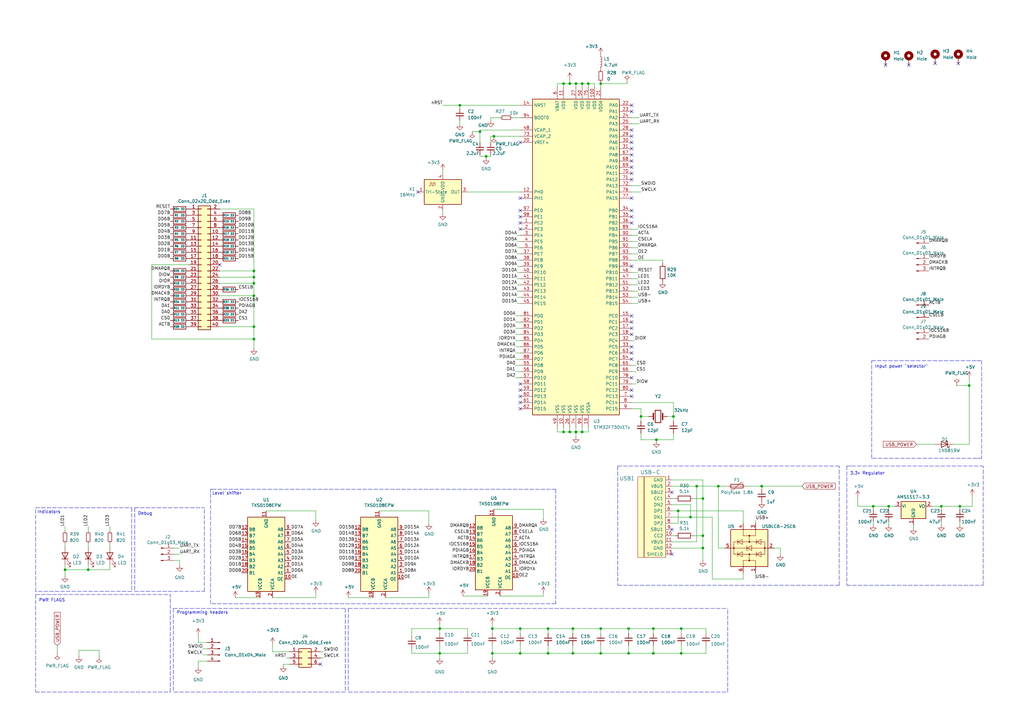
<source format=kicad_sch>
(kicad_sch (version 20211123) (generator eeschema)

  (uuid 6a0b1509-c012-4510-a014-035c14c242a7)

  (paper "A3")

  (title_block
    (title "PATA/IDE for STM32F407")
    (date "2022-11-21")
  )

  

  (junction (at 104.14 113.665) (diameter 0) (color 0 0 0 0)
    (uuid 06c1f72c-5033-431a-ab85-56663c061dbe)
  )
  (junction (at 285.75 199.39) (diameter 0) (color 0 0 0 0)
    (uuid 0744fd3c-8d11-4cf7-b56f-6701994e5cf0)
  )
  (junction (at 288.29 224.79) (diameter 0) (color 0 0 0 0)
    (uuid 0771162f-c7b8-4e84-ad3c-1e7af77d7ff5)
  )
  (junction (at 180.34 267.97) (diameter 0) (color 0 0 0 0)
    (uuid 0ecbd14a-fa84-4d01-a328-8271e87cf23e)
  )
  (junction (at 269.24 180.34) (diameter 0) (color 0 0 0 0)
    (uuid 1b690023-0493-4e29-8c3c-2b9416cd88cc)
  )
  (junction (at 393.7 207.645) (diameter 0) (color 0 0 0 0)
    (uuid 210e4c77-5f96-4dbd-a4a2-c39c8b350ac9)
  )
  (junction (at 267.97 257.81) (diameter 0) (color 0 0 0 0)
    (uuid 21f67384-c4e8-4a93-8ffb-57a75d0b7f6a)
  )
  (junction (at 257.81 257.81) (diameter 0) (color 0 0 0 0)
    (uuid 29e9432b-2a06-4c9c-895f-b1c8ce6fe169)
  )
  (junction (at 283.21 212.09) (diameter 0) (color 0 0 0 0)
    (uuid 2acd03a9-0418-4708-90dc-28313839e38e)
  )
  (junction (at 267.97 267.97) (diameter 0) (color 0 0 0 0)
    (uuid 2fe866b5-9108-4bf0-ad1a-ecc2d62949a2)
  )
  (junction (at 238.76 34.29) (diameter 0) (color 0 0 0 0)
    (uuid 3cdc0692-f8a9-41f6-ac1f-2bfe3b95ee0c)
  )
  (junction (at 104.14 121.285) (diameter 0) (color 0 0 0 0)
    (uuid 413d0a59-2fc7-4725-9fa9-1d9ef3708c53)
  )
  (junction (at 234.95 257.81) (diameter 0) (color 0 0 0 0)
    (uuid 4475aea5-fc21-4078-9947-40191a24271b)
  )
  (junction (at 397.51 158.115) (diameter 0) (color 0 0 0 0)
    (uuid 44db4252-3ee8-499c-bb3b-c6c37526fd44)
  )
  (junction (at 246.38 267.97) (diameter 0) (color 0 0 0 0)
    (uuid 464fa438-031c-4343-b01f-d815852b943e)
  )
  (junction (at 26.67 233.68) (diameter 0) (color 0 0 0 0)
    (uuid 4d5e3894-29b7-4a8b-aa80-2e3ff95baf68)
  )
  (junction (at 288.29 219.71) (diameter 0) (color 0 0 0 0)
    (uuid 4e6ec0d6-8c17-41d7-92ea-95f48a578734)
  )
  (junction (at 104.14 133.985) (diameter 0) (color 0 0 0 0)
    (uuid 55d86635-ad7c-452e-bf34-62c6c54345c2)
  )
  (junction (at 188.595 43.18) (diameter 0) (color 0 0 0 0)
    (uuid 5877441a-aae1-438d-bc11-bcc31d335fa9)
  )
  (junction (at 196.85 53.975) (diameter 0) (color 0 0 0 0)
    (uuid 66ba0933-75bb-4648-8318-4bccfd23da7b)
  )
  (junction (at 201.93 257.81) (diameter 0) (color 0 0 0 0)
    (uuid 69322fea-0402-491e-934b-8781b2e23b8d)
  )
  (junction (at 278.13 209.55) (diameter 0) (color 0 0 0 0)
    (uuid 6ca017ac-39a8-4df4-8947-8ea3ee2abc7e)
  )
  (junction (at 199.39 64.135) (diameter 0) (color 0 0 0 0)
    (uuid 6edf160f-702c-463a-b3f7-7c9f1809614f)
  )
  (junction (at 233.68 177.165) (diameter 0) (color 0 0 0 0)
    (uuid 6f335b0c-6c95-4ed8-bc2b-f96d09834189)
  )
  (junction (at 279.4 257.81) (diameter 0) (color 0 0 0 0)
    (uuid 70046263-4439-4d46-91c2-d83e638946ec)
  )
  (junction (at 294.64 199.39) (diameter 0) (color 0 0 0 0)
    (uuid 75da4fe3-f9b7-4a94-8e34-8702b383a380)
  )
  (junction (at 231.14 34.29) (diameter 0) (color 0 0 0 0)
    (uuid 77db25aa-bd33-41b9-a746-6963ae1a414b)
  )
  (junction (at 262.89 170.815) (diameter 0) (color 0 0 0 0)
    (uuid 78fd61e0-8316-4e0e-93fb-f0532a07733f)
  )
  (junction (at 213.36 257.81) (diameter 0) (color 0 0 0 0)
    (uuid 7a498344-8427-468e-9908-4776638319fc)
  )
  (junction (at 358.14 207.645) (diameter 0) (color 0 0 0 0)
    (uuid 7a5d5e50-fce4-4af3-b4a8-d55bdf4dd320)
  )
  (junction (at 246.38 34.29) (diameter 0) (color 0 0 0 0)
    (uuid 7ba2a298-2f8f-45d7-8c43-3c76297572dc)
  )
  (junction (at 202.565 55.88) (diameter 0) (color 0 0 0 0)
    (uuid 7ddf9ff1-4936-4fbb-b26c-b2df87d771b0)
  )
  (junction (at 236.22 34.29) (diameter 0) (color 0 0 0 0)
    (uuid 86f43e23-5d9f-425c-a387-52b9fa9d9293)
  )
  (junction (at 224.79 267.97) (diameter 0) (color 0 0 0 0)
    (uuid 874eac06-2c0f-46af-9dd1-44a00265a15c)
  )
  (junction (at 288.29 204.47) (diameter 0) (color 0 0 0 0)
    (uuid 8763d9ca-2ce6-4226-b385-ee3294188916)
  )
  (junction (at 201.93 267.97) (diameter 0) (color 0 0 0 0)
    (uuid 8bf2230d-42f7-4f6d-a972-05866e86e5fc)
  )
  (junction (at 36.195 233.68) (diameter 0) (color 0 0 0 0)
    (uuid 8e1e6a7e-3d61-47be-a0b6-bff97388bdd8)
  )
  (junction (at 246.38 257.81) (diameter 0) (color 0 0 0 0)
    (uuid 941b5b3c-3089-49ca-a107-e732130d0e06)
  )
  (junction (at 279.4 267.97) (diameter 0) (color 0 0 0 0)
    (uuid 94279055-0ed3-477d-8021-43043f7c31e7)
  )
  (junction (at 180.34 257.81) (diameter 0) (color 0 0 0 0)
    (uuid a312e279-3a84-4262-b018-115898fb3118)
  )
  (junction (at 213.36 267.97) (diameter 0) (color 0 0 0 0)
    (uuid a5adc965-a85c-4660-a04c-4fa00ff84e44)
  )
  (junction (at 257.81 267.97) (diameter 0) (color 0 0 0 0)
    (uuid a7d65ec2-bade-483a-9ce8-52fc2f5125ce)
  )
  (junction (at 233.68 34.29) (diameter 0) (color 0 0 0 0)
    (uuid a7e3c52c-0ec1-4265-aff0-095151930a81)
  )
  (junction (at 234.95 267.97) (diameter 0) (color 0 0 0 0)
    (uuid a9894205-dca0-4b06-abff-52a44444f21f)
  )
  (junction (at 238.76 177.165) (diameter 0) (color 0 0 0 0)
    (uuid ac1ed62f-71e9-499d-b95f-6eff4b38bec2)
  )
  (junction (at 312.42 199.39) (diameter 0) (color 0 0 0 0)
    (uuid bcf3b4ec-d1ee-4f6d-9287-f90408f583e9)
  )
  (junction (at 241.3 34.29) (diameter 0) (color 0 0 0 0)
    (uuid c41526c8-13c1-4d31-b79c-cdc8bfe25ef2)
  )
  (junction (at 231.14 177.165) (diameter 0) (color 0 0 0 0)
    (uuid c8474b37-98e9-41fa-a87c-804dc4173392)
  )
  (junction (at 104.14 111.125) (diameter 0) (color 0 0 0 0)
    (uuid c897c464-2a29-46dd-8782-a52a54035280)
  )
  (junction (at 104.14 139.065) (diameter 0) (color 0 0 0 0)
    (uuid c8dda3cf-1ac2-4484-a1c9-12bae966b5e9)
  )
  (junction (at 104.14 116.205) (diameter 0) (color 0 0 0 0)
    (uuid d8cf0c73-b49e-4a20-9d75-5b76ec9422a9)
  )
  (junction (at 224.79 257.81) (diameter 0) (color 0 0 0 0)
    (uuid dbf2bfab-832f-4174-82d2-7f727964785d)
  )
  (junction (at 386.08 207.645) (diameter 0) (color 0 0 0 0)
    (uuid e01767ae-ca30-4f4c-8cba-b37e9bd6c75d)
  )
  (junction (at 364.49 207.645) (diameter 0) (color 0 0 0 0)
    (uuid e38a792c-0fcf-419e-95df-8557b4a5d2e4)
  )
  (junction (at 276.225 170.815) (diameter 0) (color 0 0 0 0)
    (uuid ea9a292f-b205-4180-86a1-442bc1ba4cab)
  )
  (junction (at 236.22 177.165) (diameter 0) (color 0 0 0 0)
    (uuid f635bfa2-7c42-44d4-ad2f-c0d1b86a6e8f)
  )

  (no_connect (at 213.36 88.9) (uuid 0228eecb-4a95-43d0-8c8a-cc0bcd0af552))
  (no_connect (at 259.08 58.42) (uuid 0314bfef-5193-4570-891f-3271dfa59461))
  (no_connect (at 213.36 58.42) (uuid 035d07e5-6b07-4de9-8f50-bb741a54b31f))
  (no_connect (at 363.22 26.67) (uuid 0fb4c35b-5700-47ad-924b-1ec42fba396d))
  (no_connect (at 213.36 160.02) (uuid 13573655-e161-4b9a-ad49-c4d4c2c3cf1f))
  (no_connect (at 372.745 26.67) (uuid 15b4123f-c1ad-473f-8f27-6ddfe1371711))
  (no_connect (at 259.08 66.04) (uuid 16c79785-783e-428a-803f-6de229b6d066))
  (no_connect (at 259.08 137.16) (uuid 21950a58-89e6-499c-b011-f442fcb4803f))
  (no_connect (at 171.45 78.74) (uuid 23964d45-3a33-4638-9532-c02fcee7795d))
  (no_connect (at 213.36 162.56) (uuid 256ed967-cf6e-491a-b490-1ed01b4f1c15))
  (no_connect (at 383.54 26.035) (uuid 3374e243-69a5-4039-b972-e0b0f83b4864))
  (no_connect (at 259.08 81.28) (uuid 3754644d-1d46-4d27-9307-0fbc18c79f92))
  (no_connect (at 259.08 91.44) (uuid 4359f50e-15c1-44fe-831f-64280f38b905))
  (no_connect (at 259.08 154.94) (uuid 46145aa4-524f-454a-81bd-2b68e8f44ba1))
  (no_connect (at 259.08 55.88) (uuid 46c1d7ec-ad54-4357-9c3a-6ac94e5c81e6))
  (no_connect (at 259.08 68.58) (uuid 4c06a710-e4db-424b-8201-539495786eb1))
  (no_connect (at 131.445 272.415) (uuid 4cf65508-f841-4110-ad93-f9fa0c32e9be))
  (no_connect (at 259.08 109.22) (uuid 62376c5a-2b8d-4e76-b259-67880e710825))
  (no_connect (at 259.08 147.32) (uuid 6463f807-19be-4146-b27f-7dbd3ec6f259))
  (no_connect (at 259.08 43.18) (uuid 7086c539-c0ba-4b8c-b4a5-334481cc0f67))
  (no_connect (at 213.36 91.44) (uuid 75cb3faa-55dd-4f1b-94b1-b701d1b2afa5))
  (no_connect (at 259.08 132.08) (uuid 76e3761f-3777-4d61-8ac7-2814b3f4f4e1))
  (no_connect (at 275.59 217.17) (uuid 7f1bcc07-391e-4734-8825-4dbe78fe58e1))
  (no_connect (at 259.08 45.72) (uuid 80d31e92-6b79-4ba8-8101-049be98fa365))
  (no_connect (at 213.36 167.64) (uuid 85100690-7ced-43bc-8e98-137f7994e84f))
  (no_connect (at 259.08 134.62) (uuid 9b23630f-5fe2-4748-8b62-52df2ad3f457))
  (no_connect (at 259.08 71.12) (uuid 9c8681c1-42c5-41da-b9a0-70af82869e14))
  (no_connect (at 90.17 108.585) (uuid 9e2c97c5-1ce0-4a8b-b6c9-7be13f57208f))
  (no_connect (at 213.36 165.1) (uuid 9fb853c1-a422-4827-91ec-b116e9ec4773))
  (no_connect (at 259.08 160.02) (uuid a1c71eb1-723a-4d21-9d91-2fd360a55cfd))
  (no_connect (at 259.08 142.24) (uuid a4670338-9d69-4776-ae0b-0b999bdbdcbf))
  (no_connect (at 213.36 157.48) (uuid a7a7a1b1-2102-4201-8645-bf8d1d9831e8))
  (no_connect (at 259.08 53.34) (uuid af091b4c-526d-4804-ba7e-55c5cde88c84))
  (no_connect (at 259.08 162.56) (uuid c03806d0-3c65-4e72-8eeb-0e59b6e3da5d))
  (no_connect (at 259.08 73.66) (uuid c30b262e-e467-4976-9764-1e7a20a03386))
  (no_connect (at 259.08 60.96) (uuid cc7b40e7-91f5-4d53-9232-7fefd67910ae))
  (no_connect (at 275.59 201.93) (uuid d2eb5fe7-afb3-4f9a-8cec-8dad54d638f5))
  (no_connect (at 259.08 144.78) (uuid d5eda30b-f938-4f35-a151-018de4da8be2))
  (no_connect (at 259.08 63.5) (uuid d97804a4-2df4-4aeb-8e37-0137b56f9d95))
  (no_connect (at 259.08 88.9) (uuid d9e9baa6-ad76-46ff-8fd6-2d7563bc21f3))
  (no_connect (at 259.08 129.54) (uuid e0690683-5dfb-47fa-9956-c80ce2c2008c))
  (no_connect (at 393.065 26.035) (uuid e585fd70-13c2-4a36-8618-47784e6bf19c))
  (no_connect (at 259.08 86.36) (uuid e81d794f-2895-4991-8f65-5ce01ccde1f2))
  (no_connect (at 213.36 93.98) (uuid eb37baab-aa9a-48f9-bffb-add36c265914))
  (no_connect (at 275.59 227.33) (uuid f04b9f23-ddeb-4de2-befe-d27072497a37))
  (no_connect (at 213.36 86.36) (uuid f7024b5a-72b6-4a28-98a7-3c94a22e9e31))
  (no_connect (at 213.36 81.28) (uuid f7ef5957-ff4e-4f0e-ae44-ee2dc0140305))

  (wire (pts (xy 358.14 213.995) (xy 358.14 215.265))
    (stroke (width 0) (type default) (color 0 0 0 0))
    (uuid 00f9745a-4936-40a1-b7d5-cbbade4827b8)
  )
  (wire (pts (xy 393.7 213.995) (xy 393.7 215.265))
    (stroke (width 0) (type default) (color 0 0 0 0))
    (uuid 0104b81d-650b-44f3-9520-4592963c1d4d)
  )
  (wire (pts (xy 199.39 64.135) (xy 201.295 64.135))
    (stroke (width 0) (type default) (color 0 0 0 0))
    (uuid 0309c2d1-a0db-43d7-a366-4f2f19eeab21)
  )
  (wire (pts (xy 231.14 34.29) (xy 233.68 34.29))
    (stroke (width 0) (type default) (color 0 0 0 0))
    (uuid 034d31bd-a6e6-498b-87b6-66073f76891b)
  )
  (wire (pts (xy 155.575 209.55) (xy 175.895 209.55))
    (stroke (width 0) (type default) (color 0 0 0 0))
    (uuid 04973f52-fa4f-49bb-a595-4f4bbad924e1)
  )
  (polyline (pts (xy 86.36 247.65) (xy 86.36 200.66))
    (stroke (width 0) (type default) (color 0 0 0 0))
    (uuid 05e2d68b-5a22-429b-8e1f-c7ce12ad5afc)
  )

  (wire (pts (xy 191.77 257.81) (xy 191.77 259.715))
    (stroke (width 0) (type default) (color 0 0 0 0))
    (uuid 061103d9-ff8a-4a3a-9be6-a66af9870472)
  )
  (wire (pts (xy 243.84 34.29) (xy 243.84 35.56))
    (stroke (width 0) (type default) (color 0 0 0 0))
    (uuid 07079431-4375-4583-a393-27d3416574e1)
  )
  (wire (pts (xy 224.79 257.81) (xy 224.79 259.715))
    (stroke (width 0) (type default) (color 0 0 0 0))
    (uuid 08bbba76-e8a3-4b72-bda5-2f3e4aae9da2)
  )
  (wire (pts (xy 180.34 259.715) (xy 180.34 257.81))
    (stroke (width 0) (type default) (color 0 0 0 0))
    (uuid 09496cbb-d5af-46e1-b17e-81509a379bb8)
  )
  (wire (pts (xy 188.595 43.18) (xy 188.595 44.45))
    (stroke (width 0) (type default) (color 0 0 0 0))
    (uuid 09601cec-83b5-418a-8ffb-a133872963f7)
  )
  (wire (pts (xy 246.38 257.81) (xy 257.81 257.81))
    (stroke (width 0) (type default) (color 0 0 0 0))
    (uuid 09a4f33e-669f-4b21-b0d1-49e347e1ae20)
  )
  (wire (pts (xy 191.77 264.795) (xy 191.77 267.97))
    (stroke (width 0) (type default) (color 0 0 0 0))
    (uuid 0ca72592-6f96-4389-974b-dedc815bbd98)
  )
  (wire (pts (xy 275.59 204.47) (xy 276.86 204.47))
    (stroke (width 0) (type default) (color 0 0 0 0))
    (uuid 0d2875f6-e934-4f30-be06-f8ded88229ee)
  )
  (wire (pts (xy 201.93 257.81) (xy 201.93 259.715))
    (stroke (width 0) (type default) (color 0 0 0 0))
    (uuid 0f2caa97-a442-407d-ba41-e793c1504286)
  )
  (wire (pts (xy 131.445 267.335) (xy 132.715 267.335))
    (stroke (width 0) (type default) (color 0 0 0 0))
    (uuid 121c3de7-bb19-4d6b-a0dc-77ffcc518aa9)
  )
  (wire (pts (xy 104.14 133.985) (xy 104.14 139.065))
    (stroke (width 0) (type default) (color 0 0 0 0))
    (uuid 1285ff37-795a-49ce-a644-58af5a813b5c)
  )
  (wire (pts (xy 196.85 63.5) (xy 196.85 64.135))
    (stroke (width 0) (type default) (color 0 0 0 0))
    (uuid 12904004-10e4-40dc-90e5-116e1f9581e9)
  )
  (wire (pts (xy 233.68 34.29) (xy 236.22 34.29))
    (stroke (width 0) (type default) (color 0 0 0 0))
    (uuid 13cd0508-198b-4996-80f5-e16e881b6de2)
  )
  (wire (pts (xy 212.09 121.92) (xy 213.36 121.92))
    (stroke (width 0) (type default) (color 0 0 0 0))
    (uuid 13e193bf-324f-4f67-9d25-0c147bae9050)
  )
  (wire (pts (xy 71.12 224.79) (xy 73.66 224.79))
    (stroke (width 0) (type default) (color 0 0 0 0))
    (uuid 141ebe84-3d5c-43cc-9ba9-38d2093510ab)
  )
  (wire (pts (xy 212.09 119.38) (xy 213.36 119.38))
    (stroke (width 0) (type default) (color 0 0 0 0))
    (uuid 14b3875b-7a1d-44bb-ad12-07c5c6e2b093)
  )
  (wire (pts (xy 259.08 121.92) (xy 261.62 121.92))
    (stroke (width 0) (type default) (color 0 0 0 0))
    (uuid 167494a5-10fb-482e-8eba-a3414424ae6e)
  )
  (wire (pts (xy 288.29 224.79) (xy 288.29 229.87))
    (stroke (width 0) (type default) (color 0 0 0 0))
    (uuid 18a85c71-f0a8-4f5e-92fc-a318e8d03eaa)
  )
  (wire (pts (xy 259.08 119.38) (xy 261.62 119.38))
    (stroke (width 0) (type default) (color 0 0 0 0))
    (uuid 19543689-610e-40ef-be33-fb2d0513bc01)
  )
  (wire (pts (xy 234.95 257.81) (xy 234.95 259.715))
    (stroke (width 0) (type default) (color 0 0 0 0))
    (uuid 195c78b1-ad63-4727-a6eb-dc24234aca7b)
  )
  (wire (pts (xy 375.92 182.245) (xy 383.54 182.245))
    (stroke (width 0) (type default) (color 0 0 0 0))
    (uuid 19a93d6c-bcde-45db-8006-83bc97aa0806)
  )
  (wire (pts (xy 90.17 85.725) (xy 104.14 85.725))
    (stroke (width 0) (type default) (color 0 0 0 0))
    (uuid 1a73e168-3f1c-4628-b602-161f10192054)
  )
  (wire (pts (xy 358.14 208.915) (xy 358.14 207.645))
    (stroke (width 0) (type default) (color 0 0 0 0))
    (uuid 1a8b271d-73b5-4938-947f-566d9abcfad8)
  )
  (polyline (pts (xy 71.12 249.555) (xy 71.12 283.845))
    (stroke (width 0) (type default) (color 0 0 0 0))
    (uuid 1af52a26-db4c-4f55-ac10-9c9ff13a157a)
  )

  (wire (pts (xy 231.14 177.165) (xy 233.68 177.165))
    (stroke (width 0) (type default) (color 0 0 0 0))
    (uuid 1bf853cf-4930-41d4-a6d2-430f4e761ca1)
  )
  (polyline (pts (xy 402.59 187.96) (xy 400.685 187.96))
    (stroke (width 0) (type default) (color 0 0 0 0))
    (uuid 1c7d6348-e8b8-4e6b-8c05-9868efdccfc8)
  )

  (wire (pts (xy 278.13 209.55) (xy 304.8 209.55))
    (stroke (width 0) (type default) (color 0 0 0 0))
    (uuid 1c848699-37f3-4b98-be91-6d62503046d2)
  )
  (wire (pts (xy 201.93 257.81) (xy 213.36 257.81))
    (stroke (width 0) (type default) (color 0 0 0 0))
    (uuid 1dbbef45-00da-4845-9bf6-431a0202438b)
  )
  (wire (pts (xy 26.67 215.9) (xy 26.67 217.805))
    (stroke (width 0) (type default) (color 0 0 0 0))
    (uuid 200cb5d0-33b7-463e-b19f-a65c9de1afa1)
  )
  (wire (pts (xy 201.295 64.135) (xy 201.295 63.5))
    (stroke (width 0) (type default) (color 0 0 0 0))
    (uuid 228db50b-5d23-4c8e-9223-749ec76fbea7)
  )
  (wire (pts (xy 36.195 233.68) (xy 36.195 231.775))
    (stroke (width 0) (type default) (color 0 0 0 0))
    (uuid 23ac7723-e5f5-4810-9dbb-0773f7fd1f3f)
  )
  (wire (pts (xy 259.08 167.64) (xy 262.89 167.64))
    (stroke (width 0) (type default) (color 0 0 0 0))
    (uuid 264b3bc7-52bf-4e5a-b9e7-cf5866191dda)
  )
  (polyline (pts (xy 53.975 208.28) (xy 53.975 242.57))
    (stroke (width 0) (type default) (color 0 0 0 0))
    (uuid 264bd1e8-fbc0-43d9-95ab-e6e6d69d39e0)
  )

  (wire (pts (xy 212.09 101.6) (xy 213.36 101.6))
    (stroke (width 0) (type default) (color 0 0 0 0))
    (uuid 28866ef7-8460-4d33-9116-f603fb74389e)
  )
  (wire (pts (xy 259.08 116.84) (xy 261.62 116.84))
    (stroke (width 0) (type default) (color 0 0 0 0))
    (uuid 28db76e1-b35f-43d5-962d-57a8df5db663)
  )
  (wire (pts (xy 211.455 137.16) (xy 213.36 137.16))
    (stroke (width 0) (type default) (color 0 0 0 0))
    (uuid 2a3622fd-fcb4-4a37-84b8-826a48626a78)
  )
  (wire (pts (xy 234.95 257.81) (xy 246.38 257.81))
    (stroke (width 0) (type default) (color 0 0 0 0))
    (uuid 2a5fe151-6d26-4788-adc5-ad732bfe70ed)
  )
  (wire (pts (xy 233.68 177.165) (xy 233.68 175.26))
    (stroke (width 0) (type default) (color 0 0 0 0))
    (uuid 2b2a2ea4-331e-415d-8cc5-7226f8169988)
  )
  (wire (pts (xy 224.79 267.97) (xy 234.95 267.97))
    (stroke (width 0) (type default) (color 0 0 0 0))
    (uuid 2bb66d32-05e1-4301-90d4-f0a3249b925b)
  )
  (wire (pts (xy 26.67 233.68) (xy 36.195 233.68))
    (stroke (width 0) (type default) (color 0 0 0 0))
    (uuid 2bee96bb-d6aa-41c6-bc7a-480d6a3b6c6e)
  )
  (wire (pts (xy 279.4 257.81) (xy 289.56 257.81))
    (stroke (width 0) (type default) (color 0 0 0 0))
    (uuid 2c013b69-165a-4bfd-bad0-f9c577d63f55)
  )
  (wire (pts (xy 201.295 55.88) (xy 202.565 55.88))
    (stroke (width 0) (type default) (color 0 0 0 0))
    (uuid 2ef5ecae-c2b5-45ad-b8ce-aa7426dff493)
  )
  (polyline (pts (xy 141.605 249.555) (xy 141.605 283.845))
    (stroke (width 0) (type default) (color 0 0 0 0))
    (uuid 2f0fbee1-f278-40fc-96d6-23f5dfa6bbd4)
  )

  (wire (pts (xy 158.115 245.11) (xy 175.895 245.11))
    (stroke (width 0) (type default) (color 0 0 0 0))
    (uuid 2f2a45e0-b7c7-4cd3-9279-e3de3c15afb0)
  )
  (wire (pts (xy 374.65 215.265) (xy 374.65 216.535))
    (stroke (width 0) (type default) (color 0 0 0 0))
    (uuid 31ff90ca-461a-46d6-923d-55edb1ce52bf)
  )
  (wire (pts (xy 180.34 257.81) (xy 191.77 257.81))
    (stroke (width 0) (type default) (color 0 0 0 0))
    (uuid 32d9a46f-a2da-4897-a74b-8414a2b5dd34)
  )
  (polyline (pts (xy 141.605 283.845) (xy 71.12 283.845))
    (stroke (width 0) (type default) (color 0 0 0 0))
    (uuid 344ba8c6-003b-4a74-a10f-a67d0c4c8dc1)
  )
  (polyline (pts (xy 253.365 240.03) (xy 344.17 240.03))
    (stroke (width 0) (type default) (color 0 0 0 0))
    (uuid 354f0a00-794d-45c2-9f36-55702b6cee2b)
  )

  (wire (pts (xy 234.95 267.97) (xy 246.38 267.97))
    (stroke (width 0) (type default) (color 0 0 0 0))
    (uuid 354f72a6-b245-4ca7-83e5-c96bb30e3e38)
  )
  (wire (pts (xy 104.14 116.205) (xy 104.14 121.285))
    (stroke (width 0) (type default) (color 0 0 0 0))
    (uuid 3557faa0-a95e-45ac-aa33-9187ed4d495b)
  )
  (wire (pts (xy 181.61 69.85) (xy 181.61 71.12))
    (stroke (width 0) (type default) (color 0 0 0 0))
    (uuid 37dda214-c319-4569-be74-b468107ac112)
  )
  (polyline (pts (xy 55.245 242.57) (xy 83.82 242.57))
    (stroke (width 0) (type default) (color 0 0 0 0))
    (uuid 38294b37-eaae-4bac-9871-c6cee8609440)
  )

  (wire (pts (xy 193.675 53.975) (xy 196.85 53.975))
    (stroke (width 0) (type default) (color 0 0 0 0))
    (uuid 393c3943-7b41-4263-9e99-291f7d5d5cdd)
  )
  (wire (pts (xy 90.17 116.205) (xy 104.14 116.205))
    (stroke (width 0) (type default) (color 0 0 0 0))
    (uuid 3a0f78d6-22a0-4780-9451-e6de5909db2f)
  )
  (wire (pts (xy 106.68 245.11) (xy 96.52 245.11))
    (stroke (width 0) (type default) (color 0 0 0 0))
    (uuid 3a3a7dda-8009-4876-b1fc-16762611e6f5)
  )
  (wire (pts (xy 246.38 267.97) (xy 257.81 267.97))
    (stroke (width 0) (type default) (color 0 0 0 0))
    (uuid 3a583a5e-c998-405b-b43a-4e322ca24efc)
  )
  (wire (pts (xy 211.455 139.7) (xy 213.36 139.7))
    (stroke (width 0) (type default) (color 0 0 0 0))
    (uuid 3afbf8a7-e706-45ac-947b-b661a1368d1c)
  )
  (wire (pts (xy 90.17 113.665) (xy 104.14 113.665))
    (stroke (width 0) (type default) (color 0 0 0 0))
    (uuid 3d6ef5e7-f3fc-4694-9150-65489df69522)
  )
  (wire (pts (xy 213.36 264.795) (xy 213.36 267.97))
    (stroke (width 0) (type default) (color 0 0 0 0))
    (uuid 3de346fc-b7dc-4c53-a876-ab5786078e15)
  )
  (wire (pts (xy 168.91 267.97) (xy 168.91 266.065))
    (stroke (width 0) (type default) (color 0 0 0 0))
    (uuid 3e01c9a6-290b-4b6e-b5a5-5e86df517488)
  )
  (polyline (pts (xy 142.875 249.555) (xy 298.45 249.555))
    (stroke (width 0) (type default) (color 0 0 0 0))
    (uuid 3e027189-3589-43e7-be89-0b6e7d1b7871)
  )

  (wire (pts (xy 364.49 213.995) (xy 364.49 215.265))
    (stroke (width 0) (type default) (color 0 0 0 0))
    (uuid 3ed92f35-0cfd-4a03-9bf3-63cf60211b1b)
  )
  (wire (pts (xy 241.3 34.29) (xy 241.3 35.56))
    (stroke (width 0) (type default) (color 0 0 0 0))
    (uuid 3f358830-dc16-44f6-b319-3d79fb6e7862)
  )
  (wire (pts (xy 196.85 64.135) (xy 199.39 64.135))
    (stroke (width 0) (type default) (color 0 0 0 0))
    (uuid 3fccf69b-79a2-4888-9588-d54a9588ec20)
  )
  (wire (pts (xy 202.565 55.88) (xy 213.36 55.88))
    (stroke (width 0) (type default) (color 0 0 0 0))
    (uuid 3fe559b4-e248-4553-b40d-3a606157ede8)
  )
  (wire (pts (xy 276.225 170.815) (xy 276.225 172.72))
    (stroke (width 0) (type default) (color 0 0 0 0))
    (uuid 40d5e796-35df-48b9-96db-6ebb4302c979)
  )
  (wire (pts (xy 259.08 139.7) (xy 260.35 139.7))
    (stroke (width 0) (type default) (color 0 0 0 0))
    (uuid 40ee6174-f3f1-4daf-beef-42cc348fee0d)
  )
  (wire (pts (xy 257.81 257.81) (xy 267.97 257.81))
    (stroke (width 0) (type default) (color 0 0 0 0))
    (uuid 42d22bc1-a3c4-4f5c-9059-cba2cf9d9566)
  )
  (wire (pts (xy 398.78 203.2) (xy 398.78 207.645))
    (stroke (width 0) (type default) (color 0 0 0 0))
    (uuid 439d85e0-7be4-402a-905a-327291586bef)
  )
  (wire (pts (xy 129.54 245.11) (xy 111.76 245.11))
    (stroke (width 0) (type default) (color 0 0 0 0))
    (uuid 44a5aeab-34df-4569-ad99-d79b0576cd67)
  )
  (wire (pts (xy 259.08 99.06) (xy 261.62 99.06))
    (stroke (width 0) (type default) (color 0 0 0 0))
    (uuid 4675b069-6855-463f-b0d1-9633ba913929)
  )
  (wire (pts (xy 111.76 267.335) (xy 118.745 267.335))
    (stroke (width 0) (type default) (color 0 0 0 0))
    (uuid 47d4ffb1-f25d-4489-bc30-c9ed386fb856)
  )
  (wire (pts (xy 236.22 177.165) (xy 238.76 177.165))
    (stroke (width 0) (type default) (color 0 0 0 0))
    (uuid 4a9b3bcb-f850-4edb-a60a-434161985b1b)
  )
  (wire (pts (xy 180.34 267.97) (xy 180.34 269.875))
    (stroke (width 0) (type default) (color 0 0 0 0))
    (uuid 4b4d744d-4beb-44ad-967b-f3e599f821cc)
  )
  (wire (pts (xy 238.76 177.165) (xy 241.3 177.165))
    (stroke (width 0) (type default) (color 0 0 0 0))
    (uuid 4c922c74-f7db-47d2-bf1d-f0de3a61e965)
  )
  (wire (pts (xy 246.38 264.795) (xy 246.38 267.97))
    (stroke (width 0) (type default) (color 0 0 0 0))
    (uuid 4df6cff0-cdeb-4bb5-a2b2-d8fd9f4d9460)
  )
  (wire (pts (xy 23.495 264.795) (xy 23.495 267.97))
    (stroke (width 0) (type default) (color 0 0 0 0))
    (uuid 4eab3d21-afb6-4f13-a85d-638c84d01452)
  )
  (polyline (pts (xy 14.605 283.845) (xy 69.85 283.845))
    (stroke (width 0) (type default) (color 0 0 0 0))
    (uuid 4ed302ea-99d0-4536-bc28-50b67d2ec7dc)
  )

  (wire (pts (xy 168.91 260.985) (xy 168.91 257.81))
    (stroke (width 0) (type default) (color 0 0 0 0))
    (uuid 4f7ca5f3-0359-4665-8019-89f79617b56a)
  )
  (wire (pts (xy 71.12 227.33) (xy 73.66 227.33))
    (stroke (width 0) (type default) (color 0 0 0 0))
    (uuid 4ffed0e0-6cf7-40d1-815d-c36517faa150)
  )
  (wire (pts (xy 393.7 207.645) (xy 398.78 207.645))
    (stroke (width 0) (type default) (color 0 0 0 0))
    (uuid 5144cbbc-9f50-4651-89cc-44b8d3f974c1)
  )
  (wire (pts (xy 259.08 124.46) (xy 261.62 124.46))
    (stroke (width 0) (type default) (color 0 0 0 0))
    (uuid 53829a5a-cd61-4bce-b16b-12b400f9ba8a)
  )
  (wire (pts (xy 267.97 267.97) (xy 279.4 267.97))
    (stroke (width 0) (type default) (color 0 0 0 0))
    (uuid 53c82ef2-c3dc-4a29-aebc-843fbb5b248e)
  )
  (wire (pts (xy 289.56 267.97) (xy 289.56 264.795))
    (stroke (width 0) (type default) (color 0 0 0 0))
    (uuid 572f1cc9-fa20-43bd-80b0-f2f80a977848)
  )
  (wire (pts (xy 36.195 233.68) (xy 45.085 233.68))
    (stroke (width 0) (type default) (color 0 0 0 0))
    (uuid 5738197f-9c84-4ac8-8384-d1f6e8b86b9c)
  )
  (wire (pts (xy 236.22 34.29) (xy 236.22 35.56))
    (stroke (width 0) (type default) (color 0 0 0 0))
    (uuid 59ae0972-24c4-42c7-acad-2fc8ca6a63d7)
  )
  (wire (pts (xy 26.67 222.885) (xy 26.67 224.155))
    (stroke (width 0) (type default) (color 0 0 0 0))
    (uuid 59c832d1-abfb-4d1f-97b6-2508e41164e5)
  )
  (wire (pts (xy 180.34 257.81) (xy 168.91 257.81))
    (stroke (width 0) (type default) (color 0 0 0 0))
    (uuid 5a1ca7fd-2ec4-4a65-a741-6f7a2cc4d78d)
  )
  (wire (pts (xy 211.455 149.86) (xy 213.36 149.86))
    (stroke (width 0) (type default) (color 0 0 0 0))
    (uuid 5bc2cabe-188f-492d-a61b-ed2fe683ad3b)
  )
  (wire (pts (xy 275.59 207.01) (xy 283.21 207.01))
    (stroke (width 0) (type default) (color 0 0 0 0))
    (uuid 5bf8536c-c515-40b8-99b2-c280dbeb2ba9)
  )
  (wire (pts (xy 26.67 231.775) (xy 26.67 233.68))
    (stroke (width 0) (type default) (color 0 0 0 0))
    (uuid 5c0eadf6-a600-4b2f-8d53-6e41cd589382)
  )
  (wire (pts (xy 212.09 116.84) (xy 213.36 116.84))
    (stroke (width 0) (type default) (color 0 0 0 0))
    (uuid 5d065267-5031-441f-8925-c5565585fbbd)
  )
  (polyline (pts (xy 349.25 191.135) (xy 403.225 191.135))
    (stroke (width 0) (type default) (color 0 0 0 0))
    (uuid 5d921de7-5122-4126-804a-6470f172777e)
  )
  (polyline (pts (xy 142.875 283.845) (xy 298.45 283.845))
    (stroke (width 0) (type default) (color 0 0 0 0))
    (uuid 5eba8eb1-5d7a-4b0d-9b8f-78a89da843c8)
  )

  (wire (pts (xy 275.59 196.85) (xy 288.29 196.85))
    (stroke (width 0) (type default) (color 0 0 0 0))
    (uuid 5f618c72-3641-4594-98a1-27c94bf3b4fe)
  )
  (wire (pts (xy 201.93 255.905) (xy 201.93 257.81))
    (stroke (width 0) (type default) (color 0 0 0 0))
    (uuid 60195a8e-b0fa-4688-a8dd-cb6babd05c7c)
  )
  (wire (pts (xy 45.085 215.9) (xy 45.085 217.805))
    (stroke (width 0) (type default) (color 0 0 0 0))
    (uuid 605a35e6-380e-4dc7-89ca-64438b36406b)
  )
  (wire (pts (xy 201.295 58.42) (xy 201.295 55.88))
    (stroke (width 0) (type default) (color 0 0 0 0))
    (uuid 60b7efd8-5657-45e5-a817-6925d8ddfa1e)
  )
  (wire (pts (xy 188.595 49.53) (xy 188.595 50.8))
    (stroke (width 0) (type default) (color 0 0 0 0))
    (uuid 610335b5-5fa4-468b-b360-5ac6aaaabaa9)
  )
  (wire (pts (xy 200.025 244.475) (xy 189.865 244.475))
    (stroke (width 0) (type default) (color 0 0 0 0))
    (uuid 62c04150-79d0-4ae0-8a2b-f20c67427ae7)
  )
  (wire (pts (xy 292.1 237.49) (xy 304.8 237.49))
    (stroke (width 0) (type default) (color 0 0 0 0))
    (uuid 63c422a1-c4eb-41ff-a157-467389e11cc6)
  )
  (wire (pts (xy 180.34 267.97) (xy 168.91 267.97))
    (stroke (width 0) (type default) (color 0 0 0 0))
    (uuid 651c9f54-641d-4c51-8040-e1082d29243e)
  )
  (wire (pts (xy 236.22 34.29) (xy 238.76 34.29))
    (stroke (width 0) (type default) (color 0 0 0 0))
    (uuid 65854571-c579-4f16-9f36-ce85f00ee9a0)
  )
  (wire (pts (xy 304.8 237.49) (xy 304.8 234.95))
    (stroke (width 0) (type default) (color 0 0 0 0))
    (uuid 65dafd6c-6a69-401e-b25b-292a3e98224d)
  )
  (wire (pts (xy 262.89 177.8) (xy 262.89 180.34))
    (stroke (width 0) (type default) (color 0 0 0 0))
    (uuid 6613505b-91fb-46a7-a5dc-a3504f06330d)
  )
  (wire (pts (xy 386.08 213.995) (xy 386.08 215.265))
    (stroke (width 0) (type default) (color 0 0 0 0))
    (uuid 66e51c2d-001f-4fba-bd92-919010d7553f)
  )
  (wire (pts (xy 117.475 269.875) (xy 118.745 269.875))
    (stroke (width 0) (type default) (color 0 0 0 0))
    (uuid 6813f0cf-a55b-4331-8011-6fd0ef205fee)
  )
  (wire (pts (xy 228.6 177.165) (xy 231.14 177.165))
    (stroke (width 0) (type default) (color 0 0 0 0))
    (uuid 6820f075-26b0-4e80-a0da-5e28950495ef)
  )
  (wire (pts (xy 104.14 139.065) (xy 104.14 142.875))
    (stroke (width 0) (type default) (color 0 0 0 0))
    (uuid 683683a7-853d-433a-b804-0b68d3399513)
  )
  (wire (pts (xy 275.59 224.79) (xy 288.29 224.79))
    (stroke (width 0) (type default) (color 0 0 0 0))
    (uuid 686e5367-bfaf-47b1-ab57-f0a07d21225c)
  )
  (polyline (pts (xy 227.965 200.66) (xy 227.965 247.65))
    (stroke (width 0) (type default) (color 0 0 0 0))
    (uuid 68e6db59-130b-418a-ac56-d240a85373c3)
  )

  (wire (pts (xy 262.89 167.64) (xy 262.89 170.815))
    (stroke (width 0) (type default) (color 0 0 0 0))
    (uuid 69223820-abc2-469f-8d35-e0549980364c)
  )
  (wire (pts (xy 285.75 199.39) (xy 285.75 222.25))
    (stroke (width 0) (type default) (color 0 0 0 0))
    (uuid 6a880e26-ea02-4bd1-9457-6af47b28a0f2)
  )
  (polyline (pts (xy 347.345 191.135) (xy 349.25 191.135))
    (stroke (width 0) (type default) (color 0 0 0 0))
    (uuid 6bdc4867-d99f-465b-a62d-e08bef7bb199)
  )

  (wire (pts (xy 259.08 149.86) (xy 260.985 149.86))
    (stroke (width 0) (type default) (color 0 0 0 0))
    (uuid 6c54f8dc-59fb-4285-b56c-36aef09813a6)
  )
  (wire (pts (xy 201.93 264.795) (xy 201.93 267.97))
    (stroke (width 0) (type default) (color 0 0 0 0))
    (uuid 6c7ae56a-ac91-45ab-b9b9-1b080edb8f04)
  )
  (wire (pts (xy 83.185 268.605) (xy 85.09 268.605))
    (stroke (width 0) (type default) (color 0 0 0 0))
    (uuid 6f08566a-49a8-46bd-83eb-00de06a6e4a6)
  )
  (wire (pts (xy 213.36 257.81) (xy 224.79 257.81))
    (stroke (width 0) (type default) (color 0 0 0 0))
    (uuid 70354aad-2610-4188-853f-cda54cc04156)
  )
  (wire (pts (xy 201.93 267.97) (xy 213.36 267.97))
    (stroke (width 0) (type default) (color 0 0 0 0))
    (uuid 70e56911-7783-422b-92a6-eb2c404806ff)
  )
  (wire (pts (xy 275.59 219.71) (xy 276.86 219.71))
    (stroke (width 0) (type default) (color 0 0 0 0))
    (uuid 71be9078-a9e6-4c21-a561-38c03da9f2f2)
  )
  (wire (pts (xy 211.455 134.62) (xy 213.36 134.62))
    (stroke (width 0) (type default) (color 0 0 0 0))
    (uuid 71ca7d65-23d6-45ad-a47b-9e8bb589bccb)
  )
  (polyline (pts (xy 53.975 242.57) (xy 14.605 242.57))
    (stroke (width 0) (type default) (color 0 0 0 0))
    (uuid 72372c09-3fc4-4105-8aff-aff28134cff7)
  )
  (polyline (pts (xy 253.365 191.135) (xy 344.17 191.135))
    (stroke (width 0) (type default) (color 0 0 0 0))
    (uuid 72f49e47-f781-4193-bdb5-5741bd124ac1)
  )

  (wire (pts (xy 259.08 157.48) (xy 260.985 157.48))
    (stroke (width 0) (type default) (color 0 0 0 0))
    (uuid 72faa115-97eb-4d7b-85f3-c2d9db0d8d41)
  )
  (polyline (pts (xy 347.345 191.135) (xy 347.345 240.03))
    (stroke (width 0) (type default) (color 0 0 0 0))
    (uuid 73a6f74d-8a47-457d-8ff7-15c8833b64c7)
  )
  (polyline (pts (xy 298.45 283.845) (xy 298.45 249.555))
    (stroke (width 0) (type default) (color 0 0 0 0))
    (uuid 73ebe2cd-ac02-4079-8791-5d126fcab2b9)
  )

  (wire (pts (xy 233.68 34.29) (xy 233.68 32.385))
    (stroke (width 0) (type default) (color 0 0 0 0))
    (uuid 7403bbb0-5bd0-4706-b71a-a17ca41eec50)
  )
  (wire (pts (xy 246.38 34.29) (xy 257.175 34.29))
    (stroke (width 0) (type default) (color 0 0 0 0))
    (uuid 74cead42-44c3-45c2-913c-0c42aec23b02)
  )
  (wire (pts (xy 262.89 172.72) (xy 262.89 170.815))
    (stroke (width 0) (type default) (color 0 0 0 0))
    (uuid 74edf7c0-1303-4640-92c0-abe9dbc2e525)
  )
  (polyline (pts (xy 347.345 240.03) (xy 403.225 240.03))
    (stroke (width 0) (type default) (color 0 0 0 0))
    (uuid 756f4d83-94bf-4863-9268-fc20d0fea853)
  )
  (polyline (pts (xy 55.245 208.28) (xy 55.245 242.57))
    (stroke (width 0) (type default) (color 0 0 0 0))
    (uuid 75cdad85-b6f4-4791-9c56-27ab225161fb)
  )

  (wire (pts (xy 259.08 104.14) (xy 261.62 104.14))
    (stroke (width 0) (type default) (color 0 0 0 0))
    (uuid 7620efe9-8b1d-4e2c-b278-ddf60e858bb1)
  )
  (wire (pts (xy 275.59 222.25) (xy 285.75 222.25))
    (stroke (width 0) (type default) (color 0 0 0 0))
    (uuid 775372e0-258e-4676-9704-7e387ec94a6d)
  )
  (wire (pts (xy 279.4 257.81) (xy 279.4 259.715))
    (stroke (width 0) (type default) (color 0 0 0 0))
    (uuid 778810d9-d0c3-436d-a0a7-d054df6a8613)
  )
  (wire (pts (xy 90.17 111.125) (xy 104.14 111.125))
    (stroke (width 0) (type default) (color 0 0 0 0))
    (uuid 7a874b34-dce5-4c39-b2ed-d3101ffc1be7)
  )
  (wire (pts (xy 211.455 147.32) (xy 213.36 147.32))
    (stroke (width 0) (type default) (color 0 0 0 0))
    (uuid 7ab49503-9e7f-4360-a9dd-0b0b37da503e)
  )
  (wire (pts (xy 397.51 154.94) (xy 397.51 158.115))
    (stroke (width 0) (type default) (color 0 0 0 0))
    (uuid 7b3013c9-6737-4a19-9880-9a5b757e3b88)
  )
  (wire (pts (xy 393.7 208.915) (xy 393.7 207.645))
    (stroke (width 0) (type default) (color 0 0 0 0))
    (uuid 7b754137-127d-4e63-9aff-3bb1b0ef22cb)
  )
  (wire (pts (xy 351.79 203.835) (xy 351.79 207.645))
    (stroke (width 0) (type default) (color 0 0 0 0))
    (uuid 7d5aa525-6058-47de-bf0b-35ce8b7b209d)
  )
  (wire (pts (xy 382.27 207.645) (xy 386.08 207.645))
    (stroke (width 0) (type default) (color 0 0 0 0))
    (uuid 7d729929-f43f-4b41-a687-e6a3c2346e86)
  )
  (wire (pts (xy 288.29 204.47) (xy 288.29 219.71))
    (stroke (width 0) (type default) (color 0 0 0 0))
    (uuid 7d89516d-59d8-439f-8470-53664f550233)
  )
  (wire (pts (xy 259.08 48.26) (xy 262.255 48.26))
    (stroke (width 0) (type default) (color 0 0 0 0))
    (uuid 7df98f36-6972-4fe5-ab9b-e53f116b237e)
  )
  (wire (pts (xy 259.08 101.6) (xy 261.62 101.6))
    (stroke (width 0) (type default) (color 0 0 0 0))
    (uuid 7f1983fe-f5b6-4d7f-95fb-dc6078d31b44)
  )
  (wire (pts (xy 211.455 132.08) (xy 213.36 132.08))
    (stroke (width 0) (type default) (color 0 0 0 0))
    (uuid 7fa9b236-131b-4513-959e-d1d9756c3e60)
  )
  (wire (pts (xy 104.14 113.665) (xy 104.14 116.205))
    (stroke (width 0) (type default) (color 0 0 0 0))
    (uuid 8037e0f6-b8af-44aa-a2a7-13e7c1ae1071)
  )
  (polyline (pts (xy 357.505 187.96) (xy 357.505 147.955))
    (stroke (width 0) (type default) (color 0 0 0 0))
    (uuid 80d573e6-863b-4f3e-88e6-8ab6f5980994)
  )

  (wire (pts (xy 397.51 158.115) (xy 397.51 182.245))
    (stroke (width 0) (type default) (color 0 0 0 0))
    (uuid 81536e26-5af0-4c4f-aed4-057a840dd4a8)
  )
  (wire (pts (xy 71.12 229.87) (xy 73.66 229.87))
    (stroke (width 0) (type default) (color 0 0 0 0))
    (uuid 842bf267-c06e-43a8-89b0-cafa2bb90db4)
  )
  (wire (pts (xy 246.38 27.94) (xy 246.38 28.575))
    (stroke (width 0) (type default) (color 0 0 0 0))
    (uuid 84c3257e-e9b1-4da3-84ea-fa9e1cb8db9d)
  )
  (wire (pts (xy 224.79 257.81) (xy 234.95 257.81))
    (stroke (width 0) (type default) (color 0 0 0 0))
    (uuid 84ece2d0-a8b1-401a-bd76-08f60576587e)
  )
  (polyline (pts (xy 83.82 242.57) (xy 83.82 208.28))
    (stroke (width 0) (type default) (color 0 0 0 0))
    (uuid 856bc593-f875-4214-a5ca-beaf0abf10ae)
  )

  (wire (pts (xy 312.42 199.39) (xy 328.93 199.39))
    (stroke (width 0) (type default) (color 0 0 0 0))
    (uuid 87323a0c-9390-42e4-944d-a0202c6c2add)
  )
  (wire (pts (xy 241.3 34.29) (xy 243.84 34.29))
    (stroke (width 0) (type default) (color 0 0 0 0))
    (uuid 873b9fd0-5942-4c81-b11e-b6108c857717)
  )
  (wire (pts (xy 364.49 207.645) (xy 367.03 207.645))
    (stroke (width 0) (type default) (color 0 0 0 0))
    (uuid 875338b4-cf7f-496c-80f1-527dbec67094)
  )
  (wire (pts (xy 211.455 152.4) (xy 213.36 152.4))
    (stroke (width 0) (type default) (color 0 0 0 0))
    (uuid 8835a297-38f0-4f02-a29b-bc43e5b45164)
  )
  (wire (pts (xy 231.14 175.26) (xy 231.14 177.165))
    (stroke (width 0) (type default) (color 0 0 0 0))
    (uuid 8a231b30-8101-41b7-b256-7f15728cbe0a)
  )
  (wire (pts (xy 259.08 50.8) (xy 262.255 50.8))
    (stroke (width 0) (type default) (color 0 0 0 0))
    (uuid 8a351398-7b58-4166-b93b-17e7e2394db2)
  )
  (polyline (pts (xy 344.17 240.03) (xy 344.17 191.135))
    (stroke (width 0) (type default) (color 0 0 0 0))
    (uuid 8afc9494-6cbd-4616-a829-4464a020a955)
  )
  (polyline (pts (xy 142.875 249.555) (xy 142.875 283.845))
    (stroke (width 0) (type default) (color 0 0 0 0))
    (uuid 8d0fd299-43c5-43ff-b5cc-47d2f85fee0d)
  )

  (wire (pts (xy 238.76 34.29) (xy 238.76 35.56))
    (stroke (width 0) (type default) (color 0 0 0 0))
    (uuid 8da1d6e4-7012-4b01-aec2-d5313103e5d9)
  )
  (wire (pts (xy 276.225 180.34) (xy 276.225 177.8))
    (stroke (width 0) (type default) (color 0 0 0 0))
    (uuid 8dc01238-29ba-49ec-a875-53dc5334ec5a)
  )
  (wire (pts (xy 211.455 129.54) (xy 213.36 129.54))
    (stroke (width 0) (type default) (color 0 0 0 0))
    (uuid 8f7c02bb-7137-4745-bca0-122305a39353)
  )
  (wire (pts (xy 246.38 257.81) (xy 246.38 259.715))
    (stroke (width 0) (type default) (color 0 0 0 0))
    (uuid 8f8943bb-8376-42fa-a447-d97b28046d21)
  )
  (wire (pts (xy 32.385 269.24) (xy 32.385 266.7))
    (stroke (width 0) (type default) (color 0 0 0 0))
    (uuid 90480873-088c-4c34-b637-dcc48ecb77b7)
  )
  (wire (pts (xy 201.93 267.97) (xy 201.93 269.875))
    (stroke (width 0) (type default) (color 0 0 0 0))
    (uuid 91920d98-5b20-4bb8-a7eb-0f643689a880)
  )
  (wire (pts (xy 45.085 231.775) (xy 45.085 233.68))
    (stroke (width 0) (type default) (color 0 0 0 0))
    (uuid 91d519b2-304a-453f-aae2-87a8e930f049)
  )
  (wire (pts (xy 257.81 257.81) (xy 257.81 259.715))
    (stroke (width 0) (type default) (color 0 0 0 0))
    (uuid 924c3d75-1eb4-48d2-b669-d71e04523d3b)
  )
  (wire (pts (xy 104.14 111.125) (xy 104.14 113.665))
    (stroke (width 0) (type default) (color 0 0 0 0))
    (uuid 92f2dc7b-d805-481e-9835-00a368874c07)
  )
  (wire (pts (xy 285.75 199.39) (xy 294.64 199.39))
    (stroke (width 0) (type default) (color 0 0 0 0))
    (uuid 938415c0-8c92-4799-bbd7-2ac72ef9e0fe)
  )
  (wire (pts (xy 392.43 158.115) (xy 397.51 158.115))
    (stroke (width 0) (type default) (color 0 0 0 0))
    (uuid 93f38e07-c7af-4ec4-b955-f04bf0744970)
  )
  (wire (pts (xy 233.68 177.165) (xy 236.22 177.165))
    (stroke (width 0) (type default) (color 0 0 0 0))
    (uuid 94aad439-2d2b-4492-a3e8-4b54c63180c2)
  )
  (wire (pts (xy 275.59 212.09) (xy 283.21 212.09))
    (stroke (width 0) (type default) (color 0 0 0 0))
    (uuid 9528cbc3-7ff6-4834-92f2-64e71b70817f)
  )
  (wire (pts (xy 238.76 177.165) (xy 238.76 175.26))
    (stroke (width 0) (type default) (color 0 0 0 0))
    (uuid 95d5705f-75d5-412f-8380-e496c829737d)
  )
  (wire (pts (xy 259.08 96.52) (xy 261.62 96.52))
    (stroke (width 0) (type default) (color 0 0 0 0))
    (uuid 97903d47-d06a-40eb-8ba9-29fc0b70cb65)
  )
  (wire (pts (xy 231.14 35.56) (xy 231.14 34.29))
    (stroke (width 0) (type default) (color 0 0 0 0))
    (uuid 9804005e-a5c4-46a7-966a-e5de59d6e90d)
  )
  (wire (pts (xy 212.09 114.3) (xy 213.36 114.3))
    (stroke (width 0) (type default) (color 0 0 0 0))
    (uuid 98a77b20-ade2-41f2-ac5f-5c5b91e9abb0)
  )
  (wire (pts (xy 289.56 257.81) (xy 289.56 259.715))
    (stroke (width 0) (type default) (color 0 0 0 0))
    (uuid 9909e1e5-171c-478c-b3fc-26b3d99a3482)
  )
  (polyline (pts (xy 227.965 247.65) (xy 86.36 247.65))
    (stroke (width 0) (type default) (color 0 0 0 0))
    (uuid 9986d28b-8a30-433f-bf40-86298e3ba983)
  )
  (polyline (pts (xy 403.225 240.03) (xy 403.225 191.135))
    (stroke (width 0) (type default) (color 0 0 0 0))
    (uuid 9a11a1ec-e932-45a5-9bde-2c311ebc52d3)
  )

  (wire (pts (xy 259.08 165.1) (xy 276.225 165.1))
    (stroke (width 0) (type default) (color 0 0 0 0))
    (uuid 9ce90f9b-e4a5-42c8-89a4-a4b288367da2)
  )
  (wire (pts (xy 196.85 53.975) (xy 196.85 58.42))
    (stroke (width 0) (type default) (color 0 0 0 0))
    (uuid 9ea0af65-7505-409f-b3ce-fe5f5e545694)
  )
  (polyline (pts (xy 400.685 147.955) (xy 402.59 147.955))
    (stroke (width 0) (type default) (color 0 0 0 0))
    (uuid a0286901-c75b-4865-8b91-1c2d01728426)
  )

  (wire (pts (xy 62.23 108.585) (xy 62.23 139.065))
    (stroke (width 0) (type default) (color 0 0 0 0))
    (uuid a0b84f54-67d7-417e-89fc-3ae10e616f5a)
  )
  (wire (pts (xy 211.455 142.24) (xy 213.36 142.24))
    (stroke (width 0) (type default) (color 0 0 0 0))
    (uuid a166ed42-0c81-465d-95c0-c65a48b4392c)
  )
  (wire (pts (xy 267.97 257.81) (xy 279.4 257.81))
    (stroke (width 0) (type default) (color 0 0 0 0))
    (uuid a2d0211a-ad03-479a-9c74-adf9fe90e8c2)
  )
  (wire (pts (xy 259.08 78.74) (xy 262.89 78.74))
    (stroke (width 0) (type default) (color 0 0 0 0))
    (uuid a40b1fac-b739-43b5-863d-181e933f5a79)
  )
  (wire (pts (xy 81.28 263.525) (xy 85.09 263.525))
    (stroke (width 0) (type default) (color 0 0 0 0))
    (uuid a45ced48-f488-4211-af63-116057ad9f9b)
  )
  (wire (pts (xy 196.85 53.34) (xy 213.36 53.34))
    (stroke (width 0) (type default) (color 0 0 0 0))
    (uuid a5927b41-b644-465c-be06-ea6acfa42032)
  )
  (wire (pts (xy 358.14 207.645) (xy 364.49 207.645))
    (stroke (width 0) (type default) (color 0 0 0 0))
    (uuid a82769e3-3af1-47d0-b4e2-f078639e9c9e)
  )
  (wire (pts (xy 275.59 199.39) (xy 285.75 199.39))
    (stroke (width 0) (type default) (color 0 0 0 0))
    (uuid a91611bf-0354-4cca-abca-61f0c5bded9f)
  )
  (wire (pts (xy 391.16 182.245) (xy 397.51 182.245))
    (stroke (width 0) (type default) (color 0 0 0 0))
    (uuid a917d192-8747-4909-9599-f14a2596932b)
  )
  (wire (pts (xy 77.47 108.585) (xy 62.23 108.585))
    (stroke (width 0) (type default) (color 0 0 0 0))
    (uuid aada4f09-3ad1-4b55-82e7-372ab580ae83)
  )
  (wire (pts (xy 175.895 209.55) (xy 175.895 214.63))
    (stroke (width 0) (type default) (color 0 0 0 0))
    (uuid ac670036-949d-408b-a702-4e17301689a1)
  )
  (wire (pts (xy 32.385 266.7) (xy 40.64 266.7))
    (stroke (width 0) (type default) (color 0 0 0 0))
    (uuid ad76bf4f-4e91-4d5c-a35a-18231d400d44)
  )
  (wire (pts (xy 259.08 93.98) (xy 261.62 93.98))
    (stroke (width 0) (type default) (color 0 0 0 0))
    (uuid ad87b87b-a8c9-4ed6-9073-c94d335dd5ac)
  )
  (wire (pts (xy 211.455 154.94) (xy 213.36 154.94))
    (stroke (width 0) (type default) (color 0 0 0 0))
    (uuid ad8a5d3d-a89d-4c6b-a729-3f1d05befb20)
  )
  (wire (pts (xy 284.48 204.47) (xy 288.29 204.47))
    (stroke (width 0) (type default) (color 0 0 0 0))
    (uuid add9ef83-8b30-43c1-b770-a559543ee158)
  )
  (wire (pts (xy 180.34 264.795) (xy 180.34 267.97))
    (stroke (width 0) (type default) (color 0 0 0 0))
    (uuid ae251a00-343f-4815-b95d-3b0e13da7b05)
  )
  (wire (pts (xy 246.38 22.225) (xy 246.38 22.86))
    (stroke (width 0) (type default) (color 0 0 0 0))
    (uuid ae331e78-5aff-4ab6-b5c1-9bc559eb65bb)
  )
  (wire (pts (xy 90.17 133.985) (xy 104.14 133.985))
    (stroke (width 0) (type default) (color 0 0 0 0))
    (uuid b150fc28-2d27-43e3-afe2-fd74aba639ad)
  )
  (wire (pts (xy 212.09 104.14) (xy 213.36 104.14))
    (stroke (width 0) (type default) (color 0 0 0 0))
    (uuid b2726653-bc0a-4276-a948-3bf3c421f86c)
  )
  (wire (pts (xy 228.6 35.56) (xy 228.6 34.29))
    (stroke (width 0) (type default) (color 0 0 0 0))
    (uuid b2bfa97a-2c38-4d3f-99db-2200a93a9323)
  )
  (wire (pts (xy 81.28 271.145) (xy 85.09 271.145))
    (stroke (width 0) (type default) (color 0 0 0 0))
    (uuid b2c0ef95-2110-406b-9a03-24495a5f2bdf)
  )
  (wire (pts (xy 36.195 215.9) (xy 36.195 217.805))
    (stroke (width 0) (type default) (color 0 0 0 0))
    (uuid b30a6bd5-62a5-4e22-9540-8197372a1cd1)
  )
  (wire (pts (xy 222.885 244.475) (xy 205.105 244.475))
    (stroke (width 0) (type default) (color 0 0 0 0))
    (uuid b33589c2-2938-4641-86f0-ef6cee2fecd2)
  )
  (wire (pts (xy 129.54 243.205) (xy 129.54 245.11))
    (stroke (width 0) (type default) (color 0 0 0 0))
    (uuid b34ac5fb-ffd6-4fe5-93f2-40e394a2ac66)
  )
  (wire (pts (xy 276.225 165.1) (xy 276.225 170.815))
    (stroke (width 0) (type default) (color 0 0 0 0))
    (uuid b456a1eb-af1e-4f0f-8c00-1733eea68e59)
  )
  (wire (pts (xy 271.78 106.68) (xy 271.78 107.95))
    (stroke (width 0) (type default) (color 0 0 0 0))
    (uuid b5dd63f8-8917-426f-8634-61d3c67d20ba)
  )
  (wire (pts (xy 104.14 121.285) (xy 104.14 133.985))
    (stroke (width 0) (type default) (color 0 0 0 0))
    (uuid b5ecc59f-bd08-49c9-a52e-2c3f041a763c)
  )
  (wire (pts (xy 236.22 177.165) (xy 236.22 179.07))
    (stroke (width 0) (type default) (color 0 0 0 0))
    (uuid b626530c-738d-450d-92d2-a58ef768a627)
  )
  (wire (pts (xy 241.3 177.165) (xy 241.3 175.26))
    (stroke (width 0) (type default) (color 0 0 0 0))
    (uuid b68b5b92-6c83-49a1-a35d-d88f86079f95)
  )
  (wire (pts (xy 279.4 267.97) (xy 289.56 267.97))
    (stroke (width 0) (type default) (color 0 0 0 0))
    (uuid b7417caf-4609-40c7-8d5a-9cace4aebdb8)
  )
  (wire (pts (xy 111.76 264.16) (xy 111.76 267.335))
    (stroke (width 0) (type default) (color 0 0 0 0))
    (uuid b9bf0826-3f55-414a-8d58-6ab7aec857cd)
  )
  (wire (pts (xy 236.22 177.165) (xy 236.22 175.26))
    (stroke (width 0) (type default) (color 0 0 0 0))
    (uuid b9c98bb7-10b1-4ba7-8bad-42665e01422b)
  )
  (wire (pts (xy 294.64 224.79) (xy 297.18 224.79))
    (stroke (width 0) (type default) (color 0 0 0 0))
    (uuid bb1a6b70-7832-4cb2-ae2a-dfaed624add4)
  )
  (wire (pts (xy 284.48 219.71) (xy 288.29 219.71))
    (stroke (width 0) (type default) (color 0 0 0 0))
    (uuid bb9d35dd-a3f9-4f15-bcd4-35dc532ebd8f)
  )
  (wire (pts (xy 180.34 267.97) (xy 191.77 267.97))
    (stroke (width 0) (type default) (color 0 0 0 0))
    (uuid bbbc229c-3b4c-4e93-bdec-1b625991f7e7)
  )
  (wire (pts (xy 259.08 111.76) (xy 261.62 111.76))
    (stroke (width 0) (type default) (color 0 0 0 0))
    (uuid bbcf7edb-e803-4b55-bae1-7ed849b268f8)
  )
  (wire (pts (xy 202.565 208.915) (xy 222.885 208.915))
    (stroke (width 0) (type default) (color 0 0 0 0))
    (uuid bc066901-c117-4e82-8c74-076a3e606617)
  )
  (wire (pts (xy 45.085 222.885) (xy 45.085 224.155))
    (stroke (width 0) (type default) (color 0 0 0 0))
    (uuid bc6640e9-1722-4c80-8864-6fb5a03656d8)
  )
  (wire (pts (xy 257.81 267.97) (xy 267.97 267.97))
    (stroke (width 0) (type default) (color 0 0 0 0))
    (uuid be90531f-3d69-45b1-b974-2cd13cfefc8c)
  )
  (wire (pts (xy 188.595 43.18) (xy 213.36 43.18))
    (stroke (width 0) (type default) (color 0 0 0 0))
    (uuid bf1604da-e90d-41a4-986b-bce9442ff16d)
  )
  (wire (pts (xy 222.885 243.205) (xy 222.885 244.475))
    (stroke (width 0) (type default) (color 0 0 0 0))
    (uuid bfa76f25-d8dd-4853-b82f-8b4da336826e)
  )
  (polyline (pts (xy 14.605 243.84) (xy 69.85 243.84))
    (stroke (width 0) (type default) (color 0 0 0 0))
    (uuid c082375f-ccb6-4c44-b8b7-7bd3b84e86fa)
  )
  (polyline (pts (xy 86.995 200.66) (xy 227.965 200.66))
    (stroke (width 0) (type default) (color 0 0 0 0))
    (uuid c1321ef9-8e19-49df-9306-5dee9482d78a)
  )

  (wire (pts (xy 288.29 196.85) (xy 288.29 204.47))
    (stroke (width 0) (type default) (color 0 0 0 0))
    (uuid c1a03ce3-fcf7-4b94-87cc-23a11646c5c6)
  )
  (polyline (pts (xy 55.245 208.28) (xy 83.82 208.28))
    (stroke (width 0) (type default) (color 0 0 0 0))
    (uuid c2927e23-e5cc-4228-afa9-aae84a17f656)
  )
  (polyline (pts (xy 253.365 191.135) (xy 253.365 240.03))
    (stroke (width 0) (type default) (color 0 0 0 0))
    (uuid c366c69a-832a-4e0c-9c67-4c65a925c53a)
  )

  (wire (pts (xy 83.185 266.065) (xy 85.09 266.065))
    (stroke (width 0) (type default) (color 0 0 0 0))
    (uuid c4fd1124-5af4-4ae3-878d-887b3ca9ef07)
  )
  (wire (pts (xy 257.175 33.655) (xy 257.175 34.29))
    (stroke (width 0) (type default) (color 0 0 0 0))
    (uuid c4ffce29-7aa7-4845-b19a-9414698c01cc)
  )
  (wire (pts (xy 267.97 267.97) (xy 267.97 264.795))
    (stroke (width 0) (type default) (color 0 0 0 0))
    (uuid c506ef77-47c1-44b7-838b-c5ff2b79257c)
  )
  (wire (pts (xy 351.79 207.645) (xy 358.14 207.645))
    (stroke (width 0) (type default) (color 0 0 0 0))
    (uuid c551a129-1af2-4f01-b53d-ab1d844433d4)
  )
  (wire (pts (xy 36.195 222.885) (xy 36.195 224.155))
    (stroke (width 0) (type default) (color 0 0 0 0))
    (uuid c71550ac-b8a6-4da1-9200-67d2e9f27422)
  )
  (wire (pts (xy 26.67 233.68) (xy 26.67 236.22))
    (stroke (width 0) (type default) (color 0 0 0 0))
    (uuid c7845fd9-aac5-4c16-9eda-c98616e63e47)
  )
  (wire (pts (xy 364.49 207.645) (xy 364.49 208.915))
    (stroke (width 0) (type default) (color 0 0 0 0))
    (uuid c7e92784-9945-4878-8dbf-640e7a9b0955)
  )
  (wire (pts (xy 40.64 266.7) (xy 40.64 269.24))
    (stroke (width 0) (type default) (color 0 0 0 0))
    (uuid c7f920d6-d3d2-420e-b774-79af1b1e4c52)
  )
  (wire (pts (xy 116.205 272.415) (xy 116.205 273.05))
    (stroke (width 0) (type default) (color 0 0 0 0))
    (uuid c9d24f83-55e0-4514-bb8a-2ba79e0cf89e)
  )
  (wire (pts (xy 259.08 106.68) (xy 271.78 106.68))
    (stroke (width 0) (type default) (color 0 0 0 0))
    (uuid ca06dbf4-b2a9-4ce7-8194-a1985d7c105c)
  )
  (wire (pts (xy 81.28 273.685) (xy 81.28 271.145))
    (stroke (width 0) (type default) (color 0 0 0 0))
    (uuid ca1b58a3-a610-4631-8bda-00e3d3b4660c)
  )
  (wire (pts (xy 131.445 269.875) (xy 132.715 269.875))
    (stroke (width 0) (type default) (color 0 0 0 0))
    (uuid ca587fe2-696b-4b01-98a6-31c71273bb0f)
  )
  (wire (pts (xy 213.36 257.81) (xy 213.36 259.715))
    (stroke (width 0) (type default) (color 0 0 0 0))
    (uuid cb7ab8b9-ab02-4603-b3e5-f48def27fde9)
  )
  (wire (pts (xy 180.34 255.905) (xy 180.34 257.81))
    (stroke (width 0) (type default) (color 0 0 0 0))
    (uuid ce126dc4-a860-4a77-b27f-18a94f585fbb)
  )
  (wire (pts (xy 259.08 114.3) (xy 261.62 114.3))
    (stroke (width 0) (type default) (color 0 0 0 0))
    (uuid ce3de4ab-3680-4c59-8de0-5b2eed8694c3)
  )
  (wire (pts (xy 73.66 229.87) (xy 73.66 231.775))
    (stroke (width 0) (type default) (color 0 0 0 0))
    (uuid cf3932ec-bde2-4f9c-80bd-0ae0bff4a1e0)
  )
  (wire (pts (xy 228.6 175.26) (xy 228.6 177.165))
    (stroke (width 0) (type default) (color 0 0 0 0))
    (uuid cfd7e8ff-f255-4e01-b78b-cb91cb79075c)
  )
  (wire (pts (xy 262.89 180.34) (xy 269.24 180.34))
    (stroke (width 0) (type default) (color 0 0 0 0))
    (uuid cff97eab-b0bf-42ab-b938-23128547ddf5)
  )
  (wire (pts (xy 259.08 76.2) (xy 262.89 76.2))
    (stroke (width 0) (type default) (color 0 0 0 0))
    (uuid d05ce2f1-f891-4aaf-945c-93056c88a0fd)
  )
  (wire (pts (xy 191.77 78.74) (xy 213.36 78.74))
    (stroke (width 0) (type default) (color 0 0 0 0))
    (uuid d19cae8c-265f-49e3-9aae-6d1abee5a927)
  )
  (wire (pts (xy 228.6 34.29) (xy 231.14 34.29))
    (stroke (width 0) (type default) (color 0 0 0 0))
    (uuid d28038a9-3f26-42c2-a05f-f002e64c179a)
  )
  (wire (pts (xy 257.81 264.795) (xy 257.81 267.97))
    (stroke (width 0) (type default) (color 0 0 0 0))
    (uuid d3874011-5142-415b-b542-baa1cdf2d430)
  )
  (wire (pts (xy 175.895 243.205) (xy 175.895 245.11))
    (stroke (width 0) (type default) (color 0 0 0 0))
    (uuid d3b126c9-2c27-4ac0-b38f-cae6856721d1)
  )
  (wire (pts (xy 199.39 64.135) (xy 199.39 64.77))
    (stroke (width 0) (type default) (color 0 0 0 0))
    (uuid d5668c5d-bfe4-44d7-8092-55a5e6cc6c2c)
  )
  (wire (pts (xy 212.09 96.52) (xy 213.36 96.52))
    (stroke (width 0) (type default) (color 0 0 0 0))
    (uuid d59c9752-c86c-410c-abf9-b5e2c2320c26)
  )
  (wire (pts (xy 213.36 267.97) (xy 224.79 267.97))
    (stroke (width 0) (type default) (color 0 0 0 0))
    (uuid d5ebddfd-8d7b-490e-b9f0-9c44f64800c8)
  )
  (wire (pts (xy 201.295 49.53) (xy 201.295 48.26))
    (stroke (width 0) (type default) (color 0 0 0 0))
    (uuid d647d937-0e2a-4bac-937d-2af1fef5f03e)
  )
  (wire (pts (xy 283.21 212.09) (xy 292.1 212.09))
    (stroke (width 0) (type default) (color 0 0 0 0))
    (uuid d670272a-c1c2-4268-8fbd-1b8ec37fe451)
  )
  (wire (pts (xy 294.64 199.39) (xy 298.45 199.39))
    (stroke (width 0) (type default) (color 0 0 0 0))
    (uuid d6c1a734-e198-4662-8c5d-f5d0033a404e)
  )
  (wire (pts (xy 269.24 180.34) (xy 276.225 180.34))
    (stroke (width 0) (type default) (color 0 0 0 0))
    (uuid d6f4062f-b8d3-49f6-b147-7d06d5eedf8e)
  )
  (wire (pts (xy 259.08 152.4) (xy 260.985 152.4))
    (stroke (width 0) (type default) (color 0 0 0 0))
    (uuid d76ae0ad-beb0-45ae-9791-e662d11be0c9)
  )
  (wire (pts (xy 288.29 219.71) (xy 288.29 224.79))
    (stroke (width 0) (type default) (color 0 0 0 0))
    (uuid d8df81c0-c633-4ca8-9448-ce80554bd3f3)
  )
  (wire (pts (xy 309.88 237.49) (xy 309.88 234.95))
    (stroke (width 0) (type default) (color 0 0 0 0))
    (uuid d9007f0f-2104-45ee-85d9-f444ef8a7f45)
  )
  (wire (pts (xy 304.8 209.55) (xy 304.8 214.63))
    (stroke (width 0) (type default) (color 0 0 0 0))
    (uuid da828954-28b1-44e3-85f3-7162a9b80203)
  )
  (wire (pts (xy 129.54 209.55) (xy 129.54 213.36))
    (stroke (width 0) (type default) (color 0 0 0 0))
    (uuid daaa7696-88b2-4949-bb33-cb1e74b65922)
  )
  (wire (pts (xy 317.5 224.79) (xy 320.04 224.79))
    (stroke (width 0) (type default) (color 0 0 0 0))
    (uuid dbae6e50-4438-4ea5-a119-b630599c3a9f)
  )
  (wire (pts (xy 116.205 272.415) (xy 118.745 272.415))
    (stroke (width 0) (type default) (color 0 0 0 0))
    (uuid dbba3785-0d3b-40f8-a075-4997e0d1d8db)
  )
  (wire (pts (xy 273.685 170.815) (xy 276.225 170.815))
    (stroke (width 0) (type default) (color 0 0 0 0))
    (uuid dd46953e-f37d-48ac-bc1e-1112889550c7)
  )
  (polyline (pts (xy 14.605 242.57) (xy 14.605 208.28))
    (stroke (width 0) (type default) (color 0 0 0 0))
    (uuid dd76f608-e297-4c39-846a-3c5458464a0c)
  )

  (wire (pts (xy 262.89 170.815) (xy 266.065 170.815))
    (stroke (width 0) (type default) (color 0 0 0 0))
    (uuid dd9aa212-b9d1-4e6a-820f-7bc183c9410d)
  )
  (polyline (pts (xy 14.605 243.84) (xy 14.605 283.845))
    (stroke (width 0) (type default) (color 0 0 0 0))
    (uuid de94e35f-600d-47cf-bbab-7b94e08c4563)
  )

  (wire (pts (xy 234.95 264.795) (xy 234.95 267.97))
    (stroke (width 0) (type default) (color 0 0 0 0))
    (uuid df23e44a-e293-40a1-945e-f06657848975)
  )
  (wire (pts (xy 181.61 43.18) (xy 188.595 43.18))
    (stroke (width 0) (type default) (color 0 0 0 0))
    (uuid e07264be-a332-4528-9d6e-a557544f4de2)
  )
  (wire (pts (xy 283.21 207.01) (xy 283.21 212.09))
    (stroke (width 0) (type default) (color 0 0 0 0))
    (uuid e0cbfd25-bec4-4f60-9840-4144a135cc5f)
  )
  (wire (pts (xy 294.64 224.79) (xy 294.64 199.39))
    (stroke (width 0) (type default) (color 0 0 0 0))
    (uuid e1f158b8-e278-429f-ab83-78006e36285b)
  )
  (wire (pts (xy 196.85 53.34) (xy 196.85 53.975))
    (stroke (width 0) (type default) (color 0 0 0 0))
    (uuid e1ff0352-f748-4d95-80b7-c66eb735a3f1)
  )
  (wire (pts (xy 306.07 199.39) (xy 312.42 199.39))
    (stroke (width 0) (type default) (color 0 0 0 0))
    (uuid e2868875-c78e-4cc7-bfcd-ce1ea789247c)
  )
  (wire (pts (xy 246.38 33.655) (xy 246.38 34.29))
    (stroke (width 0) (type default) (color 0 0 0 0))
    (uuid e2cf5461-1b30-46c7-b16f-37d89258c760)
  )
  (wire (pts (xy 104.14 85.725) (xy 104.14 111.125))
    (stroke (width 0) (type default) (color 0 0 0 0))
    (uuid e2d98f76-1c48-4944-897f-1482fda67582)
  )
  (wire (pts (xy 153.035 245.11) (xy 142.875 245.11))
    (stroke (width 0) (type default) (color 0 0 0 0))
    (uuid e3053660-fe5a-4930-af48-cc0b2bf6cfb9)
  )
  (wire (pts (xy 224.79 264.795) (xy 224.79 267.97))
    (stroke (width 0) (type default) (color 0 0 0 0))
    (uuid e3b777e0-7fd8-4e93-a591-4bad1fdb5aaf)
  )
  (wire (pts (xy 292.1 212.09) (xy 292.1 237.49))
    (stroke (width 0) (type default) (color 0 0 0 0))
    (uuid e3caf13b-bf23-4e7d-908a-f57ae72e16f0)
  )
  (wire (pts (xy 212.09 109.22) (xy 213.36 109.22))
    (stroke (width 0) (type default) (color 0 0 0 0))
    (uuid e4125dd6-1c9f-4b4e-832d-7c20470ed372)
  )
  (polyline (pts (xy 69.85 283.845) (xy 69.85 243.84))
    (stroke (width 0) (type default) (color 0 0 0 0))
    (uuid e4b0e0df-a29a-4b50-9897-3108a212223f)
  )
  (polyline (pts (xy 14.605 208.28) (xy 53.975 208.28))
    (stroke (width 0) (type default) (color 0 0 0 0))
    (uuid e4dcf9b3-d9c3-4739-b62c-f511056f0d0c)
  )
  (polyline (pts (xy 400.685 187.96) (xy 357.505 187.96))
    (stroke (width 0) (type default) (color 0 0 0 0))
    (uuid e65fb395-475d-496b-9a1b-4a1d7f381a2a)
  )

  (wire (pts (xy 269.24 180.34) (xy 269.24 180.975))
    (stroke (width 0) (type default) (color 0 0 0 0))
    (uuid e70cbfec-acca-4659-ba2a-d5c08a6eb2e5)
  )
  (wire (pts (xy 201.295 48.26) (xy 205.105 48.26))
    (stroke (width 0) (type default) (color 0 0 0 0))
    (uuid e9711d55-a3b1-4e01-a8af-9dee3a62ad41)
  )
  (wire (pts (xy 222.885 208.915) (xy 222.885 212.725))
    (stroke (width 0) (type default) (color 0 0 0 0))
    (uuid e9ad96d4-7d90-4853-b69b-6ae88eceabef)
  )
  (wire (pts (xy 212.09 106.68) (xy 213.36 106.68))
    (stroke (width 0) (type default) (color 0 0 0 0))
    (uuid ea2df053-1cec-4d05-a59e-441d1406af18)
  )
  (wire (pts (xy 275.59 214.63) (xy 278.13 214.63))
    (stroke (width 0) (type default) (color 0 0 0 0))
    (uuid ec1baab2-5521-4476-bd71-93987f3b68b5)
  )
  (wire (pts (xy 279.4 264.795) (xy 279.4 267.97))
    (stroke (width 0) (type default) (color 0 0 0 0))
    (uuid ec6ca4f6-f104-4591-bbf6-849e2cb002b0)
  )
  (wire (pts (xy 211.455 144.78) (xy 213.36 144.78))
    (stroke (width 0) (type default) (color 0 0 0 0))
    (uuid ee5b4e5c-ca8f-4008-85fe-f8ccb6406eec)
  )
  (wire (pts (xy 267.97 257.81) (xy 267.97 259.715))
    (stroke (width 0) (type default) (color 0 0 0 0))
    (uuid ee688b64-47ec-4f2e-8d3f-91586f4f4d17)
  )
  (wire (pts (xy 210.185 48.26) (xy 213.36 48.26))
    (stroke (width 0) (type default) (color 0 0 0 0))
    (uuid ef3f2fb2-374e-434b-b6f6-979fb833cfd4)
  )
  (wire (pts (xy 212.09 99.06) (xy 213.36 99.06))
    (stroke (width 0) (type default) (color 0 0 0 0))
    (uuid f03d25e9-f9f7-4762-a170-f377c2909ab4)
  )
  (wire (pts (xy 62.23 139.065) (xy 104.14 139.065))
    (stroke (width 0) (type default) (color 0 0 0 0))
    (uuid f2a08edb-bfd6-4bcf-8a93-ba15b2f2f6d5)
  )
  (wire (pts (xy 212.09 111.76) (xy 213.36 111.76))
    (stroke (width 0) (type default) (color 0 0 0 0))
    (uuid f2ac8045-19ca-4a5f-b10e-d71f9955ecb0)
  )
  (wire (pts (xy 386.08 208.915) (xy 386.08 207.645))
    (stroke (width 0) (type default) (color 0 0 0 0))
    (uuid f2e2a55c-61da-43db-897d-34363db12bdd)
  )
  (wire (pts (xy 278.13 214.63) (xy 278.13 209.55))
    (stroke (width 0) (type default) (color 0 0 0 0))
    (uuid f546cea8-a122-4739-bbb9-98022981c315)
  )
  (polyline (pts (xy 86.36 200.66) (xy 86.995 200.66))
    (stroke (width 0) (type default) (color 0 0 0 0))
    (uuid f642887a-de06-4062-b80c-e5893601937e)
  )

  (wire (pts (xy 275.59 209.55) (xy 278.13 209.55))
    (stroke (width 0) (type default) (color 0 0 0 0))
    (uuid f816c7f8-1d3d-40b0-8ea9-d3d1999aa552)
  )
  (wire (pts (xy 320.04 224.79) (xy 320.04 227.33))
    (stroke (width 0) (type default) (color 0 0 0 0))
    (uuid f81cbecd-4997-404f-886e-ea323ec74d5e)
  )
  (wire (pts (xy 246.38 34.29) (xy 246.38 35.56))
    (stroke (width 0) (type default) (color 0 0 0 0))
    (uuid f8bdac19-6203-40e1-9c09-f18af8f843f1)
  )
  (wire (pts (xy 109.22 209.55) (xy 129.54 209.55))
    (stroke (width 0) (type default) (color 0 0 0 0))
    (uuid f8fba1ef-15bb-4e89-a8f7-d4a22625a120)
  )
  (wire (pts (xy 312.42 199.39) (xy 312.42 200.66))
    (stroke (width 0) (type default) (color 0 0 0 0))
    (uuid fa190681-5329-4048-9a46-efb4919542bb)
  )
  (wire (pts (xy 309.88 213.36) (xy 309.88 214.63))
    (stroke (width 0) (type default) (color 0 0 0 0))
    (uuid fa630e78-550e-4f97-9698-b8ce4603474d)
  )
  (polyline (pts (xy 71.12 249.555) (xy 141.605 249.555))
    (stroke (width 0) (type default) (color 0 0 0 0))
    (uuid fa6c5927-c51a-4ed7-b633-d8b0ad584022)
  )

  (wire (pts (xy 238.76 34.29) (xy 241.3 34.29))
    (stroke (width 0) (type default) (color 0 0 0 0))
    (uuid fa85d2de-fe0b-49b5-b2c7-bb1a36d0a4fb)
  )
  (polyline (pts (xy 357.505 147.955) (xy 400.685 147.955))
    (stroke (width 0) (type default) (color 0 0 0 0))
    (uuid fa8c0608-2011-42d0-b618-33755a573bf1)
  )
  (polyline (pts (xy 402.59 147.955) (xy 402.59 187.96))
    (stroke (width 0) (type default) (color 0 0 0 0))
    (uuid fbb18ae0-e9bd-4045-8022-0afba578c1e7)
  )

  (wire (pts (xy 90.17 121.285) (xy 104.14 121.285))
    (stroke (width 0) (type default) (color 0 0 0 0))
    (uuid fc31d3c5-b6b8-4cc0-a318-0ccbea984cb6)
  )
  (wire (pts (xy 386.08 207.645) (xy 393.7 207.645))
    (stroke (width 0) (type default) (color 0 0 0 0))
    (uuid fc51e9b3-17db-4e14-b023-e97e04e37cbc)
  )
  (wire (pts (xy 81.28 260.35) (xy 81.28 263.525))
    (stroke (width 0) (type default) (color 0 0 0 0))
    (uuid fcfa418d-211c-4c2d-b318-3e6d4d284c92)
  )
  (wire (pts (xy 181.61 86.36) (xy 181.61 87.63))
    (stroke (width 0) (type default) (color 0 0 0 0))
    (uuid fd5e31b0-2141-43e3-a03b-25596601f7d4)
  )
  (wire (pts (xy 212.09 124.46) (xy 213.36 124.46))
    (stroke (width 0) (type default) (color 0 0 0 0))
    (uuid ff22c400-d798-4990-9703-f322f830555f)
  )

  (text "PWR FLAGS" (at 15.875 247.015 0)
    (effects (font (size 1.27 1.27)) (justify left bottom))
    (uuid 04903b9f-a91d-4795-b9ba-2f3cb5a1fb3b)
  )
  (text "Programming headers" (at 72.39 252.095 0)
    (effects (font (size 1.27 1.27)) (justify left bottom))
    (uuid 226e4aa6-251d-4ea0-a1a1-d4d4857ac3cc)
  )
  (text "3.3v Regulator" (at 348.615 194.945 0)
    (effects (font (size 1.27 1.27)) (justify left bottom))
    (uuid 47b4b763-9997-46a9-96ca-f5919e5d2e81)
  )
  (text "Level shifter" (at 86.995 203.2 0)
    (effects (font (size 1.27 1.27)) (justify left bottom))
    (uuid 6130d60b-6f94-4d9d-8265-f51329bd055e)
  )
  (text "Indicators" (at 15.24 210.82 0)
    (effects (font (size 1.27 1.27)) (justify left bottom))
    (uuid 642f2e8b-d3d1-4044-a187-acdf2b56cb03)
  )
  (text "Debug" (at 56.515 211.455 0)
    (effects (font (size 1.27 1.27)) (justify left bottom))
    (uuid b8236aaf-0f59-4a18-a774-59254b80f76a)
  )
  (text "Input power \"selector\"" (at 358.775 151.13 0)
    (effects (font (size 1.27 1.27)) (justify left bottom))
    (uuid e6db26c9-611a-4599-9b46-ac98b49f756a)
  )

  (label "SWCLK" (at 262.89 78.74 0)
    (effects (font (size 1.27 1.27)) (justify left bottom))
    (uuid 00634ba9-028d-4fc0-be26-a5a7c851cbba)
  )
  (label "DD9A" (at 165.735 232.41 0)
    (effects (font (size 1.27 1.27)) (justify left bottom))
    (uuid 02f1176d-5247-4fa9-be5a-9d8deeb00cb7)
  )
  (label "DD2A" (at 119.38 229.87 0)
    (effects (font (size 1.27 1.27)) (justify left bottom))
    (uuid 031875fd-bec8-44e0-8ddb-5c999ca8997a)
  )
  (label "DIOR" (at 69.85 116.205 180)
    (effects (font (size 1.27 1.27)) (justify right bottom))
    (uuid 03772fb6-959a-4700-aa86-1a88f6723f29)
  )
  (label "DD10B" (at 97.79 93.345 0)
    (effects (font (size 1.27 1.27)) (justify left bottom))
    (uuid 03fd94f3-f78a-4d89-aa2a-8df908286625)
  )
  (label "SWDIO" (at 262.89 76.2 0)
    (effects (font (size 1.27 1.27)) (justify left bottom))
    (uuid 041fc6da-e9d7-4058-bb4d-7a82529e8073)
  )
  (label "DD0B" (at 99.06 234.95 180)
    (effects (font (size 1.27 1.27)) (justify right bottom))
    (uuid 04e5a906-8bbc-4425-badb-384ce6ba44d7)
  )
  (label "DD7A" (at 212.09 104.14 180)
    (effects (font (size 1.27 1.27)) (justify right bottom))
    (uuid 05d801a4-e806-4247-aafb-1007c6d7ba9c)
  )
  (label "CSELA" (at 212.725 219.075 0)
    (effects (font (size 1.27 1.27)) (justify left bottom))
    (uuid 0b30210b-680a-4f79-9031-501ddc59f1ae)
  )
  (label "DD13B" (at 145.415 222.25 180)
    (effects (font (size 1.27 1.27)) (justify right bottom))
    (uuid 0cb4c44c-e602-4817-81ec-361485516448)
  )
  (label "DD11B" (at 97.79 95.885 0)
    (effects (font (size 1.27 1.27)) (justify left bottom))
    (uuid 0d3240ce-2a09-45f8-8c49-3d870845c862)
  )
  (label "CS1" (at 97.79 131.445 0)
    (effects (font (size 1.27 1.27)) (justify left bottom))
    (uuid 0eb636b0-0cde-47a5-ad30-33869e440d92)
  )
  (label "DD2B" (at 99.06 229.87 180)
    (effects (font (size 1.27 1.27)) (justify right bottom))
    (uuid 118b1e2f-2f07-4cd5-a5b3-bbf478907e8d)
  )
  (label "DA0" (at 211.455 149.86 180)
    (effects (font (size 1.27 1.27)) (justify right bottom))
    (uuid 1318d26a-d35d-490f-86de-16a466475336)
  )
  (label "DD3A" (at 119.38 227.33 0)
    (effects (font (size 1.27 1.27)) (justify left bottom))
    (uuid 13196ddf-6c01-49c3-8bbf-fed45a1a1b76)
  )
  (label "IORDYA" (at 211.455 139.7 180)
    (effects (font (size 1.27 1.27)) (justify right bottom))
    (uuid 13dc6a8f-30af-471b-82ed-1e8d71288d63)
  )
  (label "USB+" (at 261.62 124.46 0)
    (effects (font (size 1.27 1.27)) (justify left bottom))
    (uuid 16992447-5624-4b6f-a6b9-04da1af80787)
  )
  (label "DD15B" (at 97.79 106.045 0)
    (effects (font (size 1.27 1.27)) (justify left bottom))
    (uuid 16e1d33e-d00e-465e-becd-3a79327896bd)
  )
  (label "DMARQB" (at 381 99.695 0)
    (effects (font (size 1.27 1.27)) (justify left bottom))
    (uuid 1808387e-b864-4a83-b885-53cf12afe126)
  )
  (label "DMARQA" (at 261.62 101.6 0)
    (effects (font (size 1.27 1.27)) (justify left bottom))
    (uuid 194ab675-b75f-4cc0-9562-55ffed8b0413)
  )
  (label "DD10A" (at 212.09 111.76 180)
    (effects (font (size 1.27 1.27)) (justify right bottom))
    (uuid 1ac3583d-664f-43b2-9e20-a0cb0b6e2039)
  )
  (label "DMARQA" (at 212.725 216.535 0)
    (effects (font (size 1.27 1.27)) (justify left bottom))
    (uuid 1dd5a665-0a3f-42a5-81de-bbb1a6a6eb63)
  )
  (label "DMARQB" (at 69.85 111.125 180)
    (effects (font (size 1.27 1.27)) (justify right bottom))
    (uuid 1ec9940a-4dfe-479e-891d-77fdfdcf9e55)
  )
  (label "IORDYA" (at 212.725 234.315 0)
    (effects (font (size 1.27 1.27)) (justify left bottom))
    (uuid 1ee42fab-04d5-420b-99f5-d452f1331edf)
  )
  (label "ACTB" (at 192.405 221.615 180)
    (effects (font (size 1.27 1.27)) (justify right bottom))
    (uuid 1fd48b4e-40e3-4975-9dc9-c6559acf5a4f)
  )
  (label "USB-" (at 309.88 237.49 0)
    (effects (font (size 1.27 1.27)) (justify left bottom))
    (uuid 21724650-933f-4f96-903f-ae9e94b9cc24)
  )
  (label "CS1" (at 260.985 152.4 0)
    (effects (font (size 1.27 1.27)) (justify left bottom))
    (uuid 27f22ffd-437b-4e6c-8115-2eb2a046407f)
  )
  (label "DD0A" (at 211.455 129.54 180)
    (effects (font (size 1.27 1.27)) (justify right bottom))
    (uuid 2aee001d-e198-48b1-96ec-4305442768ef)
  )
  (label "DD1A" (at 119.38 232.41 0)
    (effects (font (size 1.27 1.27)) (justify left bottom))
    (uuid 2c242656-021c-4b8c-a727-2f527829f3ac)
  )
  (label "DD12A" (at 212.09 116.84 180)
    (effects (font (size 1.27 1.27)) (justify right bottom))
    (uuid 2c69c5e7-6f54-4783-a9f0-adf375bd4122)
  )
  (label "DD9B" (at 145.415 232.41 180)
    (effects (font (size 1.27 1.27)) (justify right bottom))
    (uuid 2ca96a85-d13a-454c-af71-243694c34152)
  )
  (label "DD4A" (at 119.38 224.79 0)
    (effects (font (size 1.27 1.27)) (justify left bottom))
    (uuid 2fcde066-05d8-491f-b3d2-262caad38e4b)
  )
  (label "USB-" (at 261.62 121.92 0)
    (effects (font (size 1.27 1.27)) (justify left bottom))
    (uuid 31ec6495-0c5c-4253-877e-98dcd683c3f7)
  )
  (label "DD0A" (at 119.38 234.95 0)
    (effects (font (size 1.27 1.27)) (justify left bottom))
    (uuid 339d8b14-7e04-435c-bac4-12aaef40a886)
  )
  (label "OE2" (at 212.725 236.855 0)
    (effects (font (size 1.27 1.27)) (justify left bottom))
    (uuid 3650fccc-25ba-4817-93cb-3455fd9940b3)
  )
  (label "DD10B" (at 145.415 229.87 180)
    (effects (font (size 1.27 1.27)) (justify right bottom))
    (uuid 380aafab-351e-4940-90f5-119784174281)
  )
  (label "OE" (at 261.62 106.68 0)
    (effects (font (size 1.27 1.27)) (justify left bottom))
    (uuid 3957408c-23f0-4d4c-bf4f-d780258f7dca)
  )
  (label "DIOR" (at 260.35 139.7 0)
    (effects (font (size 1.27 1.27)) (justify left bottom))
    (uuid 3b73c477-01d8-4e55-abe4-59e8dd2a7518)
  )
  (label "DD1A" (at 211.455 132.08 180)
    (effects (font (size 1.27 1.27)) (justify right bottom))
    (uuid 3bfbd375-3da3-4b18-9b83-e3f5c9d24626)
  )
  (label "RESET" (at 69.85 85.725 180)
    (effects (font (size 1.27 1.27)) (justify right bottom))
    (uuid 3c27f080-4ed6-4324-a60b-31fd4f5a9123)
  )
  (label "CSELA" (at 261.62 99.06 0)
    (effects (font (size 1.27 1.27)) (justify left bottom))
    (uuid 3c9cd31d-33ad-4cbe-9cc3-0cf785c06c00)
  )
  (label "DD11A" (at 165.735 227.33 0)
    (effects (font (size 1.27 1.27)) (justify left bottom))
    (uuid 3ea77cd6-ac9d-40d0-a589-19f0237501fc)
  )
  (label "DA0" (at 69.85 128.905 180)
    (effects (font (size 1.27 1.27)) (justify right bottom))
    (uuid 40f9bdfc-9d8d-49fb-b670-bf889fe0be9c)
  )
  (label "DD12A" (at 165.735 224.79 0)
    (effects (font (size 1.27 1.27)) (justify left bottom))
    (uuid 4116ecb3-c13a-49bb-8eef-f97d2fd2176f)
  )
  (label "RESET" (at 261.62 111.76 0)
    (effects (font (size 1.27 1.27)) (justify left bottom))
    (uuid 413a9bd4-ac34-4ec1-8aae-3029da55759c)
  )
  (label "DMACKB" (at 381 108.585 0)
    (effects (font (size 1.27 1.27)) (justify left bottom))
    (uuid 44617bcf-bebd-41fe-a25c-fb8ef123429c)
  )
  (label "INTRQA" (at 212.725 229.235 0)
    (effects (font (size 1.27 1.27)) (justify left bottom))
    (uuid 45b2e954-5702-4565-aa45-80b6c25cd6ad)
  )
  (label "INTRQB" (at 69.85 123.825 180)
    (effects (font (size 1.27 1.27)) (justify right bottom))
    (uuid 46c41971-252a-48bb-b5ea-2c5af67a78e4)
  )
  (label "DD3B" (at 99.06 227.33 180)
    (effects (font (size 1.27 1.27)) (justify right bottom))
    (uuid 4ad75103-70b8-4bae-adf4-ad1d9d836579)
  )
  (label "CSELB" (at 97.79 118.745 0)
    (effects (font (size 1.27 1.27)) (justify left bottom))
    (uuid 4c712866-96fc-4737-8c36-38d2812435d5)
  )
  (label "DA2" (at 211.455 154.94 180)
    (effects (font (size 1.27 1.27)) (justify right bottom))
    (uuid 4cc107a5-41e4-48e8-8710-c425e773ad1f)
  )
  (label "DD9A" (at 212.09 109.22 180)
    (effects (font (size 1.27 1.27)) (justify right bottom))
    (uuid 520dcb10-29ec-492a-8012-daa6bd24a18e)
  )
  (label "nRST" (at 181.61 43.18 180)
    (effects (font (size 1.27 1.27)) (justify right bottom))
    (uuid 54c8acd5-f506-413d-ba52-e56ac4149212)
  )
  (label "IOCS16A" (at 261.62 93.98 0)
    (effects (font (size 1.27 1.27)) (justify left bottom))
    (uuid 5512a683-f6f0-442f-b55f-7faf87301d79)
  )
  (label "DD13A" (at 212.09 119.38 180)
    (effects (font (size 1.27 1.27)) (justify right bottom))
    (uuid 5626aa67-136f-4d96-8fde-1b4d04610936)
  )
  (label "CSELB" (at 381 130.175 0)
    (effects (font (size 1.27 1.27)) (justify left bottom))
    (uuid 58840509-bb1f-4471-aecd-0ab682983b61)
  )
  (label "LED3" (at 261.62 119.38 0)
    (effects (font (size 1.27 1.27)) (justify left bottom))
    (uuid 59c36c63-acb6-4c03-b965-9e200410efed)
  )
  (label "CS0" (at 260.985 149.86 0)
    (effects (font (size 1.27 1.27)) (justify left bottom))
    (uuid 5af12729-dfb8-4f8f-9b7c-491dc90bd374)
  )
  (label "DD14B" (at 145.415 219.71 180)
    (effects (font (size 1.27 1.27)) (justify right bottom))
    (uuid 5be8febb-f762-4851-8120-134d9ce63b6e)
  )
  (label "IOCS16B" (at 381 136.525 0)
    (effects (font (size 1.27 1.27)) (justify left bottom))
    (uuid 5d17e710-d5a4-4ab2-9f4f-ed75a04b457a)
  )
  (label "INTRQA" (at 211.455 144.78 180)
    (effects (font (size 1.27 1.27)) (justify right bottom))
    (uuid 5ee11e30-3515-40be-b37c-39d5f4f2eb41)
  )
  (label "DD15A" (at 165.735 217.17 0)
    (effects (font (size 1.27 1.27)) (justify left bottom))
    (uuid 5fbe879f-873f-4319-a3a0-eac7bd26e0a5)
  )
  (label "DD10A" (at 165.735 229.87 0)
    (effects (font (size 1.27 1.27)) (justify left bottom))
    (uuid 603e2b52-a97b-4e3e-b6c4-4d9be92b318d)
  )
  (label "INTRQB" (at 381 111.125 0)
    (effects (font (size 1.27 1.27)) (justify left bottom))
    (uuid 609ab258-a92a-4688-8e18-c17993b47c4a)
  )
  (label "DMARQB" (at 192.405 216.535 180)
    (effects (font (size 1.27 1.27)) (justify right bottom))
    (uuid 620141cc-2699-469a-801a-dbd7de920d04)
  )
  (label "DD6A" (at 212.09 101.6 180)
    (effects (font (size 1.27 1.27)) (justify right bottom))
    (uuid 6250d380-d38f-4469-bb8c-6fd1e7048711)
  )
  (label "UART_TX" (at 262.255 48.26 0)
    (effects (font (size 1.27 1.27)) (justify left bottom))
    (uuid 64080d61-01dc-427c-88c7-e94fd4a2d6d5)
  )
  (label "DD5A" (at 212.09 99.06 180)
    (effects (font (size 1.27 1.27)) (justify right bottom))
    (uuid 64cc5747-f416-4ad7-a67c-aafadf420ce9)
  )
  (label "DD12B" (at 145.415 224.79 180)
    (effects (font (size 1.27 1.27)) (justify right bottom))
    (uuid 6a1b4999-0b5e-45fa-b306-82c4e26f4a02)
  )
  (label "DD4A" (at 212.09 96.52 180)
    (effects (font (size 1.27 1.27)) (justify right bottom))
    (uuid 6cd44948-0a7a-415a-9e81-9e52a0a42f25)
  )
  (label "SWCLK" (at 132.715 269.875 0)
    (effects (font (size 1.27 1.27)) (justify left bottom))
    (uuid 6ee92727-4e92-41a7-8a93-46a20a3d68f7)
  )
  (label "DD13A" (at 165.735 222.25 0)
    (effects (font (size 1.27 1.27)) (justify left bottom))
    (uuid 72aa4a54-1ab4-4cd9-88bf-c9fc29d36205)
  )
  (label "DD11A" (at 212.09 114.3 180)
    (effects (font (size 1.27 1.27)) (justify right bottom))
    (uuid 736a6706-1abf-46b5-a1b8-a1c4a4d8cdc7)
  )
  (label "DD14A" (at 165.735 219.71 0)
    (effects (font (size 1.27 1.27)) (justify left bottom))
    (uuid 73b7af53-1278-4ed4-97b1-d32db8bce389)
  )
  (label "DD13B" (at 97.79 100.965 0)
    (effects (font (size 1.27 1.27)) (justify left bottom))
    (uuid 742a0c7b-75da-4c9b-a571-3b78e7715c36)
  )
  (label "IOCS16A" (at 212.725 224.155 0)
    (effects (font (size 1.27 1.27)) (justify left bottom))
    (uuid 747f4365-6608-4ddb-b189-de1145520ec3)
  )
  (label "DD4B" (at 99.06 224.79 180)
    (effects (font (size 1.27 1.27)) (justify right bottom))
    (uuid 7696f97f-7407-4d2a-84ea-ed53085a1a95)
  )
  (label "DMACKA" (at 211.455 142.24 180)
    (effects (font (size 1.27 1.27)) (justify right bottom))
    (uuid 76b4f343-72ee-4d89-ad87-fd4bf3d6e32e)
  )
  (label "DD3A" (at 211.455 137.16 180)
    (effects (font (size 1.27 1.27)) (justify right bottom))
    (uuid 7a396e2c-5316-4d13-8b00-4fa28dfbec57)
  )
  (label "DD12B" (at 97.79 98.425 0)
    (effects (font (size 1.27 1.27)) (justify left bottom))
    (uuid 7ac15471-8948-4730-99fc-072a7afbd89b)
  )
  (label "DD14A" (at 212.09 121.92 180)
    (effects (font (size 1.27 1.27)) (justify right bottom))
    (uuid 7bd095f6-5c8c-440b-9ff2-eb121336dab4)
  )
  (label "DD2B" (at 69.85 100.965 180)
    (effects (font (size 1.27 1.27)) (justify right bottom))
    (uuid 7f16fb35-60e4-475c-a18e-6f2e9ea73f60)
  )
  (label "DD7B" (at 99.06 217.17 180)
    (effects (font (size 1.27 1.27)) (justify right bottom))
    (uuid 7f82a180-ff77-46d1-a62b-99c24c69f155)
  )
  (label "DIOW" (at 260.985 157.48 0)
    (effects (font (size 1.27 1.27)) (justify left bottom))
    (uuid 80b0d52a-290c-4dac-a2fd-20a661ec8025)
  )
  (label "DD0B" (at 69.85 106.045 180)
    (effects (font (size 1.27 1.27)) (justify right bottom))
    (uuid 8406e51d-a9bf-48ed-b65e-315fa0da36e7)
  )
  (label "OE" (at 165.735 237.49 0)
    (effects (font (size 1.27 1.27)) (justify left bottom))
    (uuid 851e7fc6-82f3-4b59-89ad-43a65d95ed0c)
  )
  (label "OE2" (at 261.62 104.14 0)
    (effects (font (size 1.27 1.27)) (justify left bottom))
    (uuid 85275b01-13e0-484f-92fc-b84d2b2d18d6)
  )
  (label "DD11B" (at 145.415 227.33 180)
    (effects (font (size 1.27 1.27)) (justify right bottom))
    (uuid 896a5c73-df0f-4f85-adf2-ed00ffd5de14)
  )
  (label "DD8A" (at 165.735 234.95 0)
    (effects (font (size 1.27 1.27)) (justify left bottom))
    (uuid 89c94e85-109e-4ba7-8754-9b674709eeb2)
  )
  (label "PDIAGB" (at 192.405 226.695 180)
    (effects (font (size 1.27 1.27)) (justify right bottom))
    (uuid 8c1ff289-3578-4eaf-9657-22d4c0b2bde0)
  )
  (label "IORDYB" (at 381 106.045 0)
    (effects (font (size 1.27 1.27)) (justify left bottom))
    (uuid 8c2852e1-60cc-4017-9d61-3f26b0c044c9)
  )
  (label "UART_RX" (at 262.255 50.8 0)
    (effects (font (size 1.27 1.27)) (justify left bottom))
    (uuid 8d4a6cf4-100a-4166-809e-fc725dc84c2f)
  )
  (label "DMACKB" (at 192.405 231.775 180)
    (effects (font (size 1.27 1.27)) (justify right bottom))
    (uuid 8fc0ccc6-b2ee-46b0-af63-6de9967e827e)
  )
  (label "DD1B" (at 69.85 103.505 180)
    (effects (font (size 1.27 1.27)) (justify right bottom))
    (uuid 907d0b28-68b4-44f1-af4f-cd2aadbcffa1)
  )
  (label "ACTB" (at 381 125.095 0)
    (effects (font (size 1.27 1.27)) (justify left bottom))
    (uuid 90e2633b-93b4-4a72-85cf-6045f3f05628)
  )
  (label "DD8B" (at 145.415 234.95 180)
    (effects (font (size 1.27 1.27)) (justify right bottom))
    (uuid 940cdc57-9eb0-46be-93a9-be2ca338e8b4)
  )
  (label "IOCS16B" (at 192.405 224.155 180)
    (effects (font (size 1.27 1.27)) (justify right bottom))
    (uuid 9848c931-1ffb-484b-8bf5-12e3616d4d9b)
  )
  (label "DIOW" (at 69.85 113.665 180)
    (effects (font (size 1.27 1.27)) (justify right bottom))
    (uuid 9c39f68a-8df7-466a-a6e8-76f8a1b5018b)
  )
  (label "DD6B" (at 69.85 90.805 180)
    (effects (font (size 1.27 1.27)) (justify right bottom))
    (uuid a00748ee-8d6b-444a-aca7-bed09b8a2120)
  )
  (label "UART_RX" (at 73.66 227.33 0)
    (effects (font (size 1.27 1.27)) (justify left bottom))
    (uuid a04286ca-3017-491a-a638-10f4ec23447b)
  )
  (label "IOCS16B" (at 97.79 123.825 0)
    (effects (font (size 1.27 1.27)) (justify left bottom))
    (uuid a0a7f9bb-3918-43ee-8e4e-ba34a2ea9599)
  )
  (label "SWDIO" (at 83.185 266.065 180)
    (effects (font (size 1.27 1.27)) (justify right bottom))
    (uuid a2aab2a9-bd03-4942-8893-37e18ebc5766)
  )
  (label "SWDIO" (at 132.715 267.335 0)
    (effects (font (size 1.27 1.27)) (justify left bottom))
    (uuid a6c28762-c797-464a-a2a1-5e1bd267d963)
  )
  (label "DD7B" (at 69.85 88.265 180)
    (effects (font (size 1.27 1.27)) (justify right bottom))
    (uuid a8a3d0e1-b43a-47e5-83a6-3a5da81516e6)
  )
  (label "ACTA" (at 261.62 96.52 0)
    (effects (font (size 1.27 1.27)) (justify left bottom))
    (uuid a8f3f0a8-536a-4a45-bead-f2ea5e4023c0)
  )
  (label "PDIAGA" (at 212.725 226.695 0)
    (effects (font (size 1.27 1.27)) (justify left bottom))
    (uuid afce347d-10eb-4408-a4de-84ad31daf319)
  )
  (label "LED2" (at 36.195 215.9 90)
    (effects (font (size 1.27 1.27)) (justify left bottom))
    (uuid b0ebbfbe-8786-4ec6-b189-496ad00480a9)
  )
  (label "SWCLK" (at 83.185 268.605 180)
    (effects (font (size 1.27 1.27)) (justify right bottom))
    (uuid b36ec38f-166c-4e38-8283-7138bb2ef744)
  )
  (label "OE" (at 119.38 237.49 0)
    (effects (font (size 1.27 1.27)) (justify left bottom))
    (uuid b3c18962-da45-49c9-bcb8-295213fdb814)
  )
  (label "DD9B" (at 97.79 90.805 0)
    (effects (font (size 1.27 1.27)) (justify left bottom))
    (uuid b4e83d5f-1c7d-40b4-80f5-c5dfd5754f6e)
  )
  (label "IORDYB" (at 192.405 234.315 180)
    (effects (font (size 1.27 1.27)) (justify right bottom))
    (uuid b61fbe9f-3506-4461-baec-271a4bbe3f70)
  )
  (label "LED1" (at 26.67 215.9 90)
    (effects (font (size 1.27 1.27)) (justify left bottom))
    (uuid b93944a7-8fa4-4a1f-a506-35092b270494)
  )
  (label "DD6A" (at 119.38 219.71 0)
    (effects (font (size 1.27 1.27)) (justify left bottom))
    (uuid b9d09e26-b1ba-4a15-83f8-168bf63959a3)
  )
  (label "DD1B" (at 99.06 232.41 180)
    (effects (font (size 1.27 1.27)) (justify right bottom))
    (uuid bd4e55a4-ede9-4a95-9b4e-f0b10a68d99e)
  )
  (label "DD8B" (at 97.79 88.265 0)
    (effects (font (size 1.27 1.27)) (justify left bottom))
    (uuid c595d232-25d1-4b75-b2d5-28797917abe7)
  )
  (label "DD5B" (at 69.85 93.345 180)
    (effects (font (size 1.27 1.27)) (justify right bottom))
    (uuid c64562bd-c0a3-497c-ae8e-03bddea3a988)
  )
  (label "DD5B" (at 99.06 222.25 180)
    (effects (font (size 1.27 1.27)) (justify right bottom))
    (uuid c9d99f21-40e4-4b3c-89d0-eeeaf1ee2afc)
  )
  (label "CSELB" (at 192.405 219.075 180)
    (effects (font (size 1.27 1.27)) (justify right bottom))
    (uuid caa43cc1-274a-4bde-8db8-64f4a0dfcc04)
  )
  (label "DD15A" (at 212.09 124.46 180)
    (effects (font (size 1.27 1.27)) (justify right bottom))
    (uuid cc02c4ff-037b-40aa-b0ce-6996791eea1d)
  )
  (label "DD8A" (at 212.09 106.68 180)
    (effects (font (size 1.27 1.27)) (justify right bottom))
    (uuid d0f47e97-c532-4b50-b289-2736095c1a53)
  )
  (label "DD6B" (at 99.06 219.71 180)
    (effects (font (size 1.27 1.27)) (justify right bottom))
    (uuid d2fe0008-e805-47c4-93df-d1515c0eb23e)
  )
  (label "CS0" (at 69.85 131.445 180)
    (effects (font (size 1.27 1.27)) (justify right bottom))
    (uuid d3ba200e-930e-409f-a5a5-b89fb26805d4)
  )
  (label "DD3B" (at 69.85 98.425 180)
    (effects (font (size 1.27 1.27)) (justify right bottom))
    (uuid d48e5f23-9d9e-45f1-8e7b-5f4a849534ef)
  )
  (label "DD2A" (at 211.455 134.62 180)
    (effects (font (size 1.27 1.27)) (justify right bottom))
    (uuid d5f169df-f64b-4ede-a9e0-29952a1e2fed)
  )
  (label "DMACKB" (at 69.85 121.285 180)
    (effects (font (size 1.27 1.27)) (justify right bottom))
    (uuid d897127e-76a2-4ac3-95a3-145d95cddd04)
  )
  (label "DA1" (at 211.455 152.4 180)
    (effects (font (size 1.27 1.27)) (justify right bottom))
    (uuid d90c8d2a-532c-4649-a51e-f4294c3228de)
  )
  (label "USB+" (at 309.88 213.36 0)
    (effects (font (size 1.27 1.27)) (justify left bottom))
    (uuid db5e76ec-52d7-4d60-99a8-7a7f8ecf1eec)
  )
  (label "LED2" (at 261.62 116.84 0)
    (effects (font (size 1.27 1.27)) (justify left bottom))
    (uuid dd244446-1c7e-4af8-b607-bfc699cb5a95)
  )
  (label "DD7A" (at 119.38 217.17 0)
    (effects (font (size 1.27 1.27)) (justify left bottom))
    (uuid dd3a345e-5ccd-4ac4-ae81-6a38523ae6ac)
  )
  (label "DD5A" (at 119.38 222.25 0)
    (effects (font (size 1.27 1.27)) (justify left bottom))
    (uuid de521784-8f13-4974-8070-6da546cb9568)
  )
  (label "DA1" (at 69.85 126.365 180)
    (effects (font (size 1.27 1.27)) (justify right bottom))
    (uuid de7dcf02-27c0-4c14-8d52-243d1762f623)
  )
  (label "DD14B" (at 97.79 103.505 0)
    (effects (font (size 1.27 1.27)) (justify left bottom))
    (uuid dfb4a4bf-232c-4240-802a-48f17451ebdf)
  )
  (label "LED3" (at 45.085 215.9 90)
    (effects (font (size 1.27 1.27)) (justify left bottom))
    (uuid dfcfbfca-b306-47b2-b7e9-04cfb9ede3b3)
  )
  (label "ACTA" (at 212.725 221.615 0)
    (effects (font (size 1.27 1.27)) (justify left bottom))
    (uuid e29af796-5bcb-481f-9969-965e732fe26f)
  )
  (label "nRST" (at 117.475 269.875 180)
    (effects (font (size 1.27 1.27)) (justify right bottom))
    (uuid e3cea32c-7b04-4bb9-83c2-2abd4d1e3702)
  )
  (label "PDIAGB" (at 381 139.065 0)
    (effects (font (size 1.27 1.27)) (justify left bottom))
    (uuid e3ed1d82-30d4-482d-9f08-3d2607764be6)
  )
  (label "PDIAGB" (at 97.79 126.365 0)
    (effects (font (size 1.27 1.27)) (justify left bottom))
    (uuid e526cb09-7404-4514-845c-6200979fb3e6)
  )
  (label "LED1" (at 261.62 114.3 0)
    (effects (font (size 1.27 1.27)) (justify left bottom))
    (uuid e574ea76-aed1-4fe4-acaf-d752628d361c)
  )
  (label "DA2" (at 97.79 128.905 0)
    (effects (font (size 1.27 1.27)) (justify left bottom))
    (uuid ec24463e-ec77-48af-a6b3-e8bc3324f5ae)
  )
  (label "IORDYB" (at 69.85 118.745 180)
    (effects (font (size 1.27 1.27)) (justify right bottom))
    (uuid ed220418-396f-4a03-8d3c-1df1bb8884c8)
  )
  (label "PDIAGA" (at 211.455 147.32 180)
    (effects (font (size 1.27 1.27)) (justify right bottom))
    (uuid edda7e88-82af-416d-b7be-3c2a02df43f0)
  )
  (label "DD4B" (at 69.85 95.885 180)
    (effects (font (size 1.27 1.27)) (justify right bottom))
    (uuid efe6c879-79a3-4f1c-befb-9116b1268f3d)
  )
  (label "DD15B" (at 145.415 217.17 180)
    (effects (font (size 1.27 1.27)) (justify right bottom))
    (uuid f0c4df41-7748-4d31-8bcd-a3ca65d31997)
  )
  (label "UART_TX" (at 73.66 224.79 0)
    (effects (font (size 1.27 1.27)) (justify left bottom))
    (uuid f3a98634-e09c-4c78-ab06-6e6e6b1ad913)
  )
  (label "DMACKA" (at 212.725 231.775 0)
    (effects (font (size 1.27 1.27)) (justify left bottom))
    (uuid f4e23b14-ad97-4f67-9efb-ad10d637f5e0)
  )
  (label "INTRQB" (at 192.405 229.235 180)
    (effects (font (size 1.27 1.27)) (justify right bottom))
    (uuid ff534ed0-078c-4a83-a880-f4a0320bb4a2)
  )
  (label "ACTB" (at 69.85 133.985 180)
    (effects (font (size 1.27 1.27)) (justify right bottom))
    (uuid ffba4ef2-7c25-4105-a0e1-af77e5728129)
  )

  (global_label "USB_POWER" (shape input) (at 328.93 199.39 0) (fields_autoplaced)
    (effects (font (size 1.27 1.27)) (justify left))
    (uuid 35f557c0-a145-413d-934b-6522e04217e0)
    (property "Intersheet References" "${INTERSHEET_REFS}" (id 0) (at 342.5028 199.3106 0)
      (effects (font (size 1.27 1.27)) (justify left) hide)
    )
  )
  (global_label "USB_POWER" (shape input) (at 375.92 182.245 180) (fields_autoplaced)
    (effects (font (size 1.27 1.27)) (justify right))
    (uuid e8c30a0d-b738-4a3a-8512-6e37f8d6298c)
    (property "Intersheet References" "${INTERSHEET_REFS}" (id 0) (at 362.3472 182.3244 0)
      (effects (font (size 1.27 1.27)) (justify right) hide)
    )
  )
  (global_label "USB_POWER" (shape input) (at 23.495 264.795 90) (fields_autoplaced)
    (effects (font (size 1.27 1.27)) (justify left))
    (uuid e9168549-c096-429a-bb52-7f324b148bec)
    (property "Intersheet References" "${INTERSHEET_REFS}" (id 0) (at 23.4156 251.2222 90)
      (effects (font (size 1.27 1.27)) (justify left) hide)
    )
  )

  (symbol (lib_id "Logic_LevelTranslator:TXS0108EPW") (at 109.22 227.33 180) (unit 1)
    (in_bom yes) (on_board yes)
    (uuid 00000000-0000-0000-0000-000060e36170)
    (property "Reference" "U1" (id 0) (at 109.22 204.9526 0))
    (property "Value" "TXS0108EPW" (id 1) (at 109.22 207.264 0))
    (property "Footprint" "Package_SO:TSSOP-20_4.4x6.5mm_P0.65mm" (id 2) (at 109.22 208.28 0)
      (effects (font (size 1.27 1.27)) hide)
    )
    (property "Datasheet" "www.ti.com/lit/ds/symlink/txs0108e.pdf" (id 3) (at 109.22 224.79 0)
      (effects (font (size 1.27 1.27)) hide)
    )
    (pin "1" (uuid 9687e5df-eb7b-4bae-a6d3-a2fa57dbe2f0))
    (pin "10" (uuid cffecde1-ee27-49fe-9139-5e16d05cde71))
    (pin "11" (uuid 1ef6678a-5081-48ed-aa21-0d5ee5179e98))
    (pin "12" (uuid 2c0dab9e-1c3e-44dc-b9e1-1582d776f3c4))
    (pin "13" (uuid 1fad221f-dbae-4d32-b8fd-934f8b940ea4))
    (pin "14" (uuid 3cbb03ee-ca6e-4559-8432-25c44637c8cf))
    (pin "15" (uuid 99a96fc3-38ec-4341-b1ae-3792e8a8919f))
    (pin "16" (uuid 8ef2bf6c-cd72-4252-ad54-a843d8b94332))
    (pin "17" (uuid 1dd21c52-119d-4998-ba15-f5acbabdc375))
    (pin "18" (uuid ba0c8c90-6289-4303-88e7-2eca9afd6b61))
    (pin "19" (uuid 2349cd1b-2063-43b2-b700-64b0a8ec12b2))
    (pin "2" (uuid b2cb2091-010a-4ba5-809d-8ad53ad74ce0))
    (pin "20" (uuid 02ee24e4-c7b0-4bec-9572-ddf893c6b050))
    (pin "3" (uuid 63d9ebbc-f2e6-447a-a4c7-c0da9b3acfb2))
    (pin "4" (uuid 983c7f50-2e76-4b0e-af35-2523b2434904))
    (pin "5" (uuid a3fc9517-aaf9-4d57-bd2a-5a5462dbb692))
    (pin "6" (uuid 93e361d1-93f5-42fb-a661-80f9fca082dc))
    (pin "7" (uuid f7172b5b-29cc-4b0a-a071-30bcf50d24f2))
    (pin "8" (uuid 552ceec7-1131-4a47-b63f-c62055477775))
    (pin "9" (uuid 9055f26b-ff19-46c9-a577-61bfacf7ef14))
  )

  (symbol (lib_id "Logic_LevelTranslator:TXS0108EPW") (at 155.575 227.33 180) (unit 1)
    (in_bom yes) (on_board yes)
    (uuid 00000000-0000-0000-0000-000060e3a754)
    (property "Reference" "U2" (id 0) (at 155.575 204.9526 0))
    (property "Value" "TXS0108EPW" (id 1) (at 155.575 207.264 0))
    (property "Footprint" "Package_SO:TSSOP-20_4.4x6.5mm_P0.65mm" (id 2) (at 155.575 208.28 0)
      (effects (font (size 1.27 1.27)) hide)
    )
    (property "Datasheet" "www.ti.com/lit/ds/symlink/txs0108e.pdf" (id 3) (at 155.575 224.79 0)
      (effects (font (size 1.27 1.27)) hide)
    )
    (pin "1" (uuid dc33c55a-ea55-4227-b616-44e2bf56ec36))
    (pin "10" (uuid 1d4aec6e-6c64-499e-85c0-21a47504b0e0))
    (pin "11" (uuid af000428-ec46-4a4e-addf-dee8c9451b81))
    (pin "12" (uuid edd0e332-2c83-409e-9e82-66ea38e51259))
    (pin "13" (uuid 593d0910-3387-4dc1-bafa-d1fbd8850594))
    (pin "14" (uuid e8d95247-d0f3-414e-95b7-9bff2255f5b0))
    (pin "15" (uuid 9d31f9ce-2b4a-478f-9f32-67b3524f1486))
    (pin "16" (uuid 599cbfb8-1eb9-4ba1-be14-384ff43d1999))
    (pin "17" (uuid 7657c361-5942-4e26-bc16-9e53151964ce))
    (pin "18" (uuid 65d9e2b3-664b-483a-b82b-3bab7aa62a9b))
    (pin "19" (uuid 4238a1a1-ad26-4e9e-b8e9-07cb5cba7972))
    (pin "2" (uuid b0c8616f-838c-4437-8d5a-8c05e49f728d))
    (pin "20" (uuid 03dceacd-6b41-4cc1-9e48-7a9a39625d14))
    (pin "3" (uuid 724fec6f-bd9e-4d80-94c3-4891fece1a0e))
    (pin "4" (uuid 4b94853c-9325-4d9e-baf4-35425ec86f22))
    (pin "5" (uuid 950a4ec3-f6d5-4552-8253-6005bd16496a))
    (pin "6" (uuid aad57421-915c-445d-b6c2-6fb3c895e9fc))
    (pin "7" (uuid bb95b054-494e-4ff4-a24e-900e74642f47))
    (pin "8" (uuid a43388e9-4e0b-4d56-ae32-3828fc68f94f))
    (pin "9" (uuid f4a1b82f-4742-4437-99ae-b08a3ec9ceb4))
  )

  (symbol (lib_id "Connector_Generic:Conn_02x20_Odd_Even") (at 82.55 108.585 0) (unit 1)
    (in_bom yes) (on_board yes)
    (uuid 00000000-0000-0000-0000-000060e3d664)
    (property "Reference" "J1" (id 0) (at 83.82 80.2132 0))
    (property "Value" "Conn_02x20_Odd_Even" (id 1) (at 83.82 82.5246 0))
    (property "Footprint" "Connector_IDC:IDC-Header_2x20_P2.54mm_Vertical" (id 2) (at 82.55 108.585 0)
      (effects (font (size 1.27 1.27)) hide)
    )
    (property "Datasheet" "~" (id 3) (at 82.55 108.585 0)
      (effects (font (size 1.27 1.27)) hide)
    )
    (pin "1" (uuid caea6b3d-f8c9-4a69-8b30-f34689911de8))
    (pin "10" (uuid f362fd8b-bcd5-4f60-b294-ad5f26123c00))
    (pin "11" (uuid d0cfc551-d0c2-4cd0-bd0d-175970b50083))
    (pin "12" (uuid b9090799-7d75-45e1-8bc3-9d6bb38d4558))
    (pin "13" (uuid b5e99bf6-83b8-4f26-a225-80e7b5966275))
    (pin "14" (uuid b223d24e-6a9f-4513-99d3-de3d3a4a20a9))
    (pin "15" (uuid 234c4b67-1198-4117-a898-317aef0966e4))
    (pin "16" (uuid 000bcf52-ec48-40b5-84e5-b68b60dc2428))
    (pin "17" (uuid 688ef4ba-eaff-4432-802a-2b4c5c9e34ee))
    (pin "18" (uuid 08e96656-ca30-4b8d-8b64-8b9d9a27e9cd))
    (pin "19" (uuid 6fe5c805-d9a4-4ed9-89ba-00c1a1c62b4a))
    (pin "2" (uuid b17a5dd4-2291-4fae-917c-75f17092aaaa))
    (pin "20" (uuid f212bdf3-436e-488d-83fe-0245b82b1859))
    (pin "21" (uuid 6332d100-396e-4e58-9c27-339defc1ad47))
    (pin "22" (uuid a577520d-0df0-49cb-a0f7-749a5ffc270c))
    (pin "23" (uuid 74b0ee2a-1060-41f1-97bd-e93a9154fdca))
    (pin "24" (uuid 7aa18fed-1d9b-4379-9522-72c4d0d58d2c))
    (pin "25" (uuid cb3102b1-5335-49ed-9fc0-f9f3f8094da7))
    (pin "26" (uuid a2dcb5b2-1182-4a45-802f-b7f2be437b68))
    (pin "27" (uuid d49512b5-88d2-42a1-b0bd-8382115a73b2))
    (pin "28" (uuid 143093bd-fc63-4366-8daf-3541306138e6))
    (pin "29" (uuid a2c0a276-ec3a-498a-9cb5-7b750480d98c))
    (pin "3" (uuid f5d9324c-fdb7-48ba-9846-3512eb70105b))
    (pin "30" (uuid 5db7281c-aa31-495c-b485-b9ce17a1db20))
    (pin "31" (uuid 9933d1c0-4631-4dbf-ba4d-272afedcb547))
    (pin "32" (uuid b75ef4d7-4d1b-47db-8c3f-c5cc940ceb27))
    (pin "33" (uuid 7007806a-4339-4046-9732-f29a282d9547))
    (pin "34" (uuid 22bee6de-71b0-4e1d-b288-b3a2879d273b))
    (pin "35" (uuid 01baba8d-9995-4089-aeea-8879d3cbf562))
    (pin "36" (uuid 7c773b47-7c32-4aaa-bd01-bad4898dbe4d))
    (pin "37" (uuid 49ba6f2f-3388-4959-8364-7719c883f7f6))
    (pin "38" (uuid 49cd39f4-5581-44f2-a83d-46234f03a60e))
    (pin "39" (uuid 8992de87-4e61-4710-972d-f5b2dcac7e99))
    (pin "4" (uuid 315cc74b-4d27-4b92-a965-f3c1fb73d3bf))
    (pin "40" (uuid 6657fc7b-048b-4236-b993-f21fa58ebea7))
    (pin "5" (uuid 6f0c028a-1fbd-45c7-9bf1-d120191389c1))
    (pin "6" (uuid 1289af10-20d1-4db1-babe-e93775817652))
    (pin "7" (uuid 543b8bc4-dce6-4883-9341-98e48fe668fa))
    (pin "8" (uuid 4e2ddfcb-84ed-4d61-b92c-ecf27b6114cf))
    (pin "9" (uuid 039b04c3-b136-4fe2-9e42-53d523c7b777))
  )

  (symbol (lib_id "power:GND") (at 129.54 213.36 0) (unit 1)
    (in_bom yes) (on_board yes)
    (uuid 00000000-0000-0000-0000-000060e7bc45)
    (property "Reference" "#PWR04" (id 0) (at 129.54 219.71 0)
      (effects (font (size 1.27 1.27)) hide)
    )
    (property "Value" "GND" (id 1) (at 129.667 217.7542 0))
    (property "Footprint" "" (id 2) (at 129.54 213.36 0)
      (effects (font (size 1.27 1.27)) hide)
    )
    (property "Datasheet" "" (id 3) (at 129.54 213.36 0)
      (effects (font (size 1.27 1.27)) hide)
    )
    (pin "1" (uuid 24539a93-dad5-40be-a323-1bd2f20980b7))
  )

  (symbol (lib_id "power:GND") (at 175.895 214.63 0) (unit 1)
    (in_bom yes) (on_board yes)
    (uuid 00000000-0000-0000-0000-000060e7f711)
    (property "Reference" "#PWR06" (id 0) (at 175.895 220.98 0)
      (effects (font (size 1.27 1.27)) hide)
    )
    (property "Value" "GND" (id 1) (at 176.022 219.0242 0))
    (property "Footprint" "" (id 2) (at 175.895 214.63 0)
      (effects (font (size 1.27 1.27)) hide)
    )
    (property "Datasheet" "" (id 3) (at 175.895 214.63 0)
      (effects (font (size 1.27 1.27)) hide)
    )
    (pin "1" (uuid 6a1be2be-2734-411e-a34b-eea77737d7c4))
  )

  (symbol (lib_id "power:+5V") (at 96.52 245.11 0) (unit 1)
    (in_bom yes) (on_board yes)
    (uuid 00000000-0000-0000-0000-000060e80dde)
    (property "Reference" "#PWR02" (id 0) (at 96.52 248.92 0)
      (effects (font (size 1.27 1.27)) hide)
    )
    (property "Value" "+5V" (id 1) (at 96.901 240.7158 0))
    (property "Footprint" "" (id 2) (at 96.52 245.11 0)
      (effects (font (size 1.27 1.27)) hide)
    )
    (property "Datasheet" "" (id 3) (at 96.52 245.11 0)
      (effects (font (size 1.27 1.27)) hide)
    )
    (pin "1" (uuid 72411784-7904-4a55-906b-df87b0753700))
  )

  (symbol (lib_id "power:+5V") (at 142.875 245.11 0) (unit 1)
    (in_bom yes) (on_board yes)
    (uuid 00000000-0000-0000-0000-000060e82df1)
    (property "Reference" "#PWR03" (id 0) (at 142.875 248.92 0)
      (effects (font (size 1.27 1.27)) hide)
    )
    (property "Value" "+5V" (id 1) (at 143.256 240.7158 0))
    (property "Footprint" "" (id 2) (at 142.875 245.11 0)
      (effects (font (size 1.27 1.27)) hide)
    )
    (property "Datasheet" "" (id 3) (at 142.875 245.11 0)
      (effects (font (size 1.27 1.27)) hide)
    )
    (pin "1" (uuid b5b64754-b116-465a-b4b2-6941a2c90bf5))
  )

  (symbol (lib_id "power:GND") (at 104.14 142.875 0) (unit 1)
    (in_bom yes) (on_board yes)
    (uuid 00000000-0000-0000-0000-000060e8f739)
    (property "Reference" "#PWR01" (id 0) (at 104.14 149.225 0)
      (effects (font (size 1.27 1.27)) hide)
    )
    (property "Value" "GND" (id 1) (at 104.267 147.2692 0))
    (property "Footprint" "" (id 2) (at 104.14 142.875 0)
      (effects (font (size 1.27 1.27)) hide)
    )
    (property "Datasheet" "" (id 3) (at 104.14 142.875 0)
      (effects (font (size 1.27 1.27)) hide)
    )
    (pin "1" (uuid a17efc99-34e5-427a-846f-caa31aa34d67))
  )

  (symbol (lib_id "Connector:Conn_01x03_Male") (at 375.92 108.585 0) (unit 1)
    (in_bom yes) (on_board yes)
    (uuid 00000000-0000-0000-0000-000060ebbb9d)
    (property "Reference" "J6" (id 0) (at 378.6632 101.4476 0))
    (property "Value" "Conn_01x03_Male" (id 1) (at 378.6632 103.759 0))
    (property "Footprint" "Connector_PinHeader_2.54mm:PinHeader_1x03_P2.54mm_Vertical" (id 2) (at 375.92 108.585 0)
      (effects (font (size 1.27 1.27)) hide)
    )
    (property "Datasheet" "~" (id 3) (at 375.92 108.585 0)
      (effects (font (size 1.27 1.27)) hide)
    )
    (pin "1" (uuid b0704f76-1da7-42f5-91d1-ac4a576234d9))
    (pin "2" (uuid 3311ade7-aa9a-4524-8027-4bb849be73c6))
    (pin "3" (uuid 08a713f2-3f55-454a-b2a8-f978b2448837))
  )

  (symbol (lib_id "Connector:Conn_01x02_Male") (at 375.92 136.525 0) (unit 1)
    (in_bom yes) (on_board yes)
    (uuid 00000000-0000-0000-0000-000060ec64d1)
    (property "Reference" "J7" (id 0) (at 378.6632 131.9276 0))
    (property "Value" "Conn_01x02_Male" (id 1) (at 378.6632 134.239 0))
    (property "Footprint" "Connector_PinHeader_2.54mm:PinHeader_1x02_P2.54mm_Vertical" (id 2) (at 375.92 136.525 0)
      (effects (font (size 1.27 1.27)) hide)
    )
    (property "Datasheet" "~" (id 3) (at 375.92 136.525 0)
      (effects (font (size 1.27 1.27)) hide)
    )
    (pin "1" (uuid 00a9bae8-5b0c-4383-a66d-b43a2cb266e2))
    (pin "2" (uuid b3f69333-4779-4022-b424-459a09897b03))
  )

  (symbol (lib_id "Device:R") (at 73.66 88.265 270) (unit 1)
    (in_bom yes) (on_board yes)
    (uuid 00000000-0000-0000-0000-000060ee152f)
    (property "Reference" "R1" (id 0) (at 72.39 88.265 90)
      (effects (font (size 0.7874 0.7874)))
    )
    (property "Value" "33" (id 1) (at 74.93 88.265 90)
      (effects (font (size 0.7874 0.7874)))
    )
    (property "Footprint" "Resistor_SMD:R_0402_1005Metric" (id 2) (at 73.66 86.487 90)
      (effects (font (size 1.27 1.27)) hide)
    )
    (property "Datasheet" "~" (id 3) (at 73.66 88.265 0)
      (effects (font (size 1.27 1.27)) hide)
    )
    (pin "1" (uuid 5c67c009-7e75-479c-aa59-9d6847424ae0))
    (pin "2" (uuid 28662c81-31f9-4376-bfde-e14e7d014b8e))
  )

  (symbol (lib_id "Connector:Conn_01x01_Male") (at 375.92 99.695 0) (unit 1)
    (in_bom yes) (on_board yes)
    (uuid 00000000-0000-0000-0000-000060eebdad)
    (property "Reference" "J5" (id 0) (at 378.6632 95.0976 0))
    (property "Value" "Conn_01x01_Male" (id 1) (at 378.6632 97.409 0))
    (property "Footprint" "Connector_PinHeader_2.54mm:PinHeader_1x01_P2.54mm_Vertical" (id 2) (at 375.92 99.695 0)
      (effects (font (size 1.27 1.27)) hide)
    )
    (property "Datasheet" "~" (id 3) (at 375.92 99.695 0)
      (effects (font (size 1.27 1.27)) hide)
    )
    (pin "1" (uuid 76f567aa-ceac-457a-bc79-346d1f098ded))
  )

  (symbol (lib_id "Device:R") (at 73.66 90.805 270) (unit 1)
    (in_bom yes) (on_board yes)
    (uuid 00000000-0000-0000-0000-000060eedf32)
    (property "Reference" "R2" (id 0) (at 72.39 90.805 90)
      (effects (font (size 0.7874 0.7874)))
    )
    (property "Value" "33" (id 1) (at 74.93 90.805 90)
      (effects (font (size 0.7874 0.7874)))
    )
    (property "Footprint" "Resistor_SMD:R_0402_1005Metric" (id 2) (at 73.66 89.027 90)
      (effects (font (size 1.27 1.27)) hide)
    )
    (property "Datasheet" "~" (id 3) (at 73.66 90.805 0)
      (effects (font (size 1.27 1.27)) hide)
    )
    (pin "1" (uuid 74505477-e318-427a-8ae7-25028fafa765))
    (pin "2" (uuid b524a11d-ee58-433c-9b0b-521dde52d582))
  )

  (symbol (lib_id "Device:R") (at 73.66 93.345 270) (unit 1)
    (in_bom yes) (on_board yes)
    (uuid 00000000-0000-0000-0000-000060eee2fb)
    (property "Reference" "R3" (id 0) (at 72.39 93.345 90)
      (effects (font (size 0.7874 0.7874)))
    )
    (property "Value" "33" (id 1) (at 74.93 93.345 90)
      (effects (font (size 0.7874 0.7874)))
    )
    (property "Footprint" "Resistor_SMD:R_0402_1005Metric" (id 2) (at 73.66 91.567 90)
      (effects (font (size 1.27 1.27)) hide)
    )
    (property "Datasheet" "~" (id 3) (at 73.66 93.345 0)
      (effects (font (size 1.27 1.27)) hide)
    )
    (pin "1" (uuid 11663ca1-d8d6-4ff8-bb9b-bd93de122cd6))
    (pin "2" (uuid 0530d417-e16a-4ea6-9bea-20533091e08a))
  )

  (symbol (lib_id "Device:R") (at 73.66 95.885 270) (unit 1)
    (in_bom yes) (on_board yes)
    (uuid 00000000-0000-0000-0000-000060eee4d6)
    (property "Reference" "R4" (id 0) (at 72.39 95.885 90)
      (effects (font (size 0.7874 0.7874)))
    )
    (property "Value" "33" (id 1) (at 74.93 95.885 90)
      (effects (font (size 0.7874 0.7874)))
    )
    (property "Footprint" "Resistor_SMD:R_0402_1005Metric" (id 2) (at 73.66 94.107 90)
      (effects (font (size 1.27 1.27)) hide)
    )
    (property "Datasheet" "~" (id 3) (at 73.66 95.885 0)
      (effects (font (size 1.27 1.27)) hide)
    )
    (pin "1" (uuid 0365bc7e-6037-4f3b-bb59-d68ec66737b0))
    (pin "2" (uuid 2007da8d-4364-44b2-a918-054b5e26275f))
  )

  (symbol (lib_id "Device:R") (at 73.66 98.425 270) (unit 1)
    (in_bom yes) (on_board yes)
    (uuid 00000000-0000-0000-0000-000060eee700)
    (property "Reference" "R5" (id 0) (at 72.39 98.425 90)
      (effects (font (size 0.7874 0.7874)))
    )
    (property "Value" "33" (id 1) (at 74.93 98.425 90)
      (effects (font (size 0.7874 0.7874)))
    )
    (property "Footprint" "Resistor_SMD:R_0402_1005Metric" (id 2) (at 73.66 96.647 90)
      (effects (font (size 1.27 1.27)) hide)
    )
    (property "Datasheet" "~" (id 3) (at 73.66 98.425 0)
      (effects (font (size 1.27 1.27)) hide)
    )
    (pin "1" (uuid 5944247c-3370-44bd-9d77-eaf34b181b7d))
    (pin "2" (uuid 6dab2d10-c83b-4f05-9f8d-8ae9071e38cb))
  )

  (symbol (lib_id "Device:R") (at 73.66 100.965 270) (unit 1)
    (in_bom yes) (on_board yes)
    (uuid 00000000-0000-0000-0000-000060eee90d)
    (property "Reference" "R6" (id 0) (at 72.39 100.965 90)
      (effects (font (size 0.7874 0.7874)))
    )
    (property "Value" "33" (id 1) (at 74.93 100.965 90)
      (effects (font (size 0.7874 0.7874)))
    )
    (property "Footprint" "Resistor_SMD:R_0402_1005Metric" (id 2) (at 73.66 99.187 90)
      (effects (font (size 1.27 1.27)) hide)
    )
    (property "Datasheet" "~" (id 3) (at 73.66 100.965 0)
      (effects (font (size 1.27 1.27)) hide)
    )
    (pin "1" (uuid b53915dd-61c8-4df0-9ce7-848dd1e42c8a))
    (pin "2" (uuid 3a2459fd-ae4a-4923-8b06-9db48e577f92))
  )

  (symbol (lib_id "Device:R") (at 73.66 103.505 270) (unit 1)
    (in_bom yes) (on_board yes)
    (uuid 00000000-0000-0000-0000-000060eeebad)
    (property "Reference" "R7" (id 0) (at 72.39 103.505 90)
      (effects (font (size 0.7874 0.7874)))
    )
    (property "Value" "33" (id 1) (at 74.93 103.505 90)
      (effects (font (size 0.7874 0.7874)))
    )
    (property "Footprint" "Resistor_SMD:R_0402_1005Metric" (id 2) (at 73.66 101.727 90)
      (effects (font (size 1.27 1.27)) hide)
    )
    (property "Datasheet" "~" (id 3) (at 73.66 103.505 0)
      (effects (font (size 1.27 1.27)) hide)
    )
    (pin "1" (uuid 20589502-fe75-40fc-8a15-9ddda6917037))
    (pin "2" (uuid fb0add30-d688-4d2b-b293-701f493f547c))
  )

  (symbol (lib_id "Device:R") (at 73.66 106.045 270) (unit 1)
    (in_bom yes) (on_board yes)
    (uuid 00000000-0000-0000-0000-000060eeee25)
    (property "Reference" "R8" (id 0) (at 72.39 106.045 90)
      (effects (font (size 0.7874 0.7874)))
    )
    (property "Value" "33" (id 1) (at 74.93 106.045 90)
      (effects (font (size 0.7874 0.7874)))
    )
    (property "Footprint" "Resistor_SMD:R_0402_1005Metric" (id 2) (at 73.66 104.267 90)
      (effects (font (size 1.27 1.27)) hide)
    )
    (property "Datasheet" "~" (id 3) (at 73.66 106.045 0)
      (effects (font (size 1.27 1.27)) hide)
    )
    (pin "1" (uuid 868db9b0-c40d-4577-bf0d-d2d1681ab294))
    (pin "2" (uuid 93c6437e-4b97-4137-b1a9-e9c45ee8a854))
  )

  (symbol (lib_id "Device:R") (at 93.98 88.265 270) (unit 1)
    (in_bom yes) (on_board yes)
    (uuid 00000000-0000-0000-0000-000060ef0310)
    (property "Reference" "R14" (id 0) (at 92.71 88.265 90)
      (effects (font (size 0.7874 0.7874)))
    )
    (property "Value" "33" (id 1) (at 95.25 88.265 90)
      (effects (font (size 0.7874 0.7874)))
    )
    (property "Footprint" "Resistor_SMD:R_0402_1005Metric" (id 2) (at 93.98 86.487 90)
      (effects (font (size 1.27 1.27)) hide)
    )
    (property "Datasheet" "~" (id 3) (at 93.98 88.265 0)
      (effects (font (size 1.27 1.27)) hide)
    )
    (pin "1" (uuid fa33aa48-5098-4f1d-95f9-265c6df15643))
    (pin "2" (uuid 08a6be59-0244-4570-bde0-dd14e4e3285e))
  )

  (symbol (lib_id "Connector:Conn_01x01_Male") (at 375.92 125.095 0) (unit 1)
    (in_bom yes) (on_board yes)
    (uuid 00000000-0000-0000-0000-000060f07695)
    (property "Reference" "J8" (id 0) (at 378.6632 120.4976 0))
    (property "Value" "Conn_01x01_Male" (id 1) (at 378.6632 122.809 0))
    (property "Footprint" "Connector_PinHeader_2.54mm:PinHeader_1x01_P2.54mm_Vertical" (id 2) (at 375.92 125.095 0)
      (effects (font (size 1.27 1.27)) hide)
    )
    (property "Datasheet" "~" (id 3) (at 375.92 125.095 0)
      (effects (font (size 1.27 1.27)) hide)
    )
    (pin "1" (uuid a8f533f0-6027-401d-b7ef-e79e45ba2ebb))
  )

  (symbol (lib_id "Device:R") (at 93.98 90.805 270) (unit 1)
    (in_bom yes) (on_board yes)
    (uuid 00000000-0000-0000-0000-000060f08823)
    (property "Reference" "R15" (id 0) (at 92.71 90.805 90)
      (effects (font (size 0.7874 0.7874)))
    )
    (property "Value" "33" (id 1) (at 95.25 90.805 90)
      (effects (font (size 0.7874 0.7874)))
    )
    (property "Footprint" "Resistor_SMD:R_0402_1005Metric" (id 2) (at 93.98 89.027 90)
      (effects (font (size 1.27 1.27)) hide)
    )
    (property "Datasheet" "~" (id 3) (at 93.98 90.805 0)
      (effects (font (size 1.27 1.27)) hide)
    )
    (pin "1" (uuid 4e624485-ee1c-4f19-afd8-be753a953d3c))
    (pin "2" (uuid 206a0602-b89a-4b02-a276-4d4ff6ffc3f2))
  )

  (symbol (lib_id "Device:R") (at 93.98 93.345 270) (unit 1)
    (in_bom yes) (on_board yes)
    (uuid 00000000-0000-0000-0000-000060f08b84)
    (property "Reference" "R16" (id 0) (at 92.71 93.345 90)
      (effects (font (size 0.7874 0.7874)))
    )
    (property "Value" "33" (id 1) (at 95.25 93.345 90)
      (effects (font (size 0.7874 0.7874)))
    )
    (property "Footprint" "Resistor_SMD:R_0402_1005Metric" (id 2) (at 93.98 91.567 90)
      (effects (font (size 1.27 1.27)) hide)
    )
    (property "Datasheet" "~" (id 3) (at 93.98 93.345 0)
      (effects (font (size 1.27 1.27)) hide)
    )
    (pin "1" (uuid 6989f41b-87ab-4849-a23e-0925ddd7b1bd))
    (pin "2" (uuid b1ad849d-a6fc-4121-b632-49aa42e2390d))
  )

  (symbol (lib_id "Device:R") (at 93.98 95.885 270) (unit 1)
    (in_bom yes) (on_board yes)
    (uuid 00000000-0000-0000-0000-000060f0922f)
    (property "Reference" "R17" (id 0) (at 92.71 95.885 90)
      (effects (font (size 0.7874 0.7874)))
    )
    (property "Value" "33" (id 1) (at 95.25 95.885 90)
      (effects (font (size 0.7874 0.7874)))
    )
    (property "Footprint" "Resistor_SMD:R_0402_1005Metric" (id 2) (at 93.98 94.107 90)
      (effects (font (size 1.27 1.27)) hide)
    )
    (property "Datasheet" "~" (id 3) (at 93.98 95.885 0)
      (effects (font (size 1.27 1.27)) hide)
    )
    (pin "1" (uuid a25b7b9d-480f-4eee-b1cd-036f11c7d48b))
    (pin "2" (uuid eae1ad59-ac56-4812-b5ec-cd3dd1670507))
  )

  (symbol (lib_id "Device:R") (at 93.98 98.425 270) (unit 1)
    (in_bom yes) (on_board yes)
    (uuid 00000000-0000-0000-0000-000060f09606)
    (property "Reference" "R18" (id 0) (at 92.71 98.425 90)
      (effects (font (size 0.7874 0.7874)))
    )
    (property "Value" "33" (id 1) (at 95.25 98.425 90)
      (effects (font (size 0.7874 0.7874)))
    )
    (property "Footprint" "Resistor_SMD:R_0402_1005Metric" (id 2) (at 93.98 96.647 90)
      (effects (font (size 1.27 1.27)) hide)
    )
    (property "Datasheet" "~" (id 3) (at 93.98 98.425 0)
      (effects (font (size 1.27 1.27)) hide)
    )
    (pin "1" (uuid 42071361-d6be-4b4e-915b-717cb65be8a0))
    (pin "2" (uuid 8901630b-5248-425b-b6fa-35584969582e))
  )

  (symbol (lib_id "Device:R") (at 93.98 100.965 270) (unit 1)
    (in_bom yes) (on_board yes)
    (uuid 00000000-0000-0000-0000-000060f099c4)
    (property "Reference" "R19" (id 0) (at 92.71 100.965 90)
      (effects (font (size 0.7874 0.7874)))
    )
    (property "Value" "33" (id 1) (at 95.25 100.965 90)
      (effects (font (size 0.7874 0.7874)))
    )
    (property "Footprint" "Resistor_SMD:R_0402_1005Metric" (id 2) (at 93.98 99.187 90)
      (effects (f
... [111840 chars truncated]
</source>
